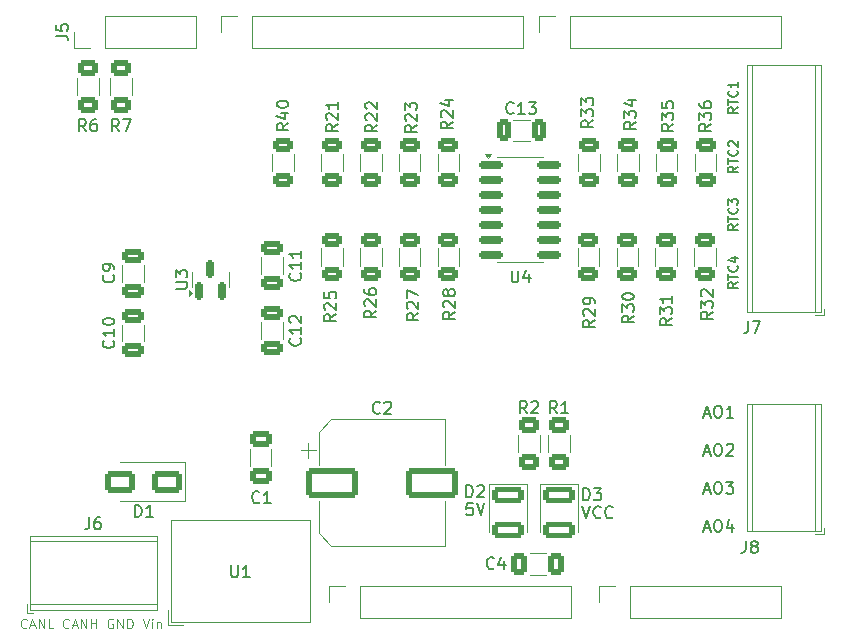
<source format=gto>
G04 #@! TF.GenerationSoftware,KiCad,Pcbnew,8.0.4*
G04 #@! TF.CreationDate,2024-08-25T09:48:10+02:00*
G04 #@! TF.ProjectId,RTC-Messbruecke-from-template,5254432d-4d65-4737-9362-727565636b65,rev?*
G04 #@! TF.SameCoordinates,Original*
G04 #@! TF.FileFunction,Legend,Top*
G04 #@! TF.FilePolarity,Positive*
%FSLAX46Y46*%
G04 Gerber Fmt 4.6, Leading zero omitted, Abs format (unit mm)*
G04 Created by KiCad (PCBNEW 8.0.4) date 2024-08-25 09:48:10*
%MOMM*%
%LPD*%
G01*
G04 APERTURE LIST*
G04 Aperture macros list*
%AMRoundRect*
0 Rectangle with rounded corners*
0 $1 Rounding radius*
0 $2 $3 $4 $5 $6 $7 $8 $9 X,Y pos of 4 corners*
0 Add a 4 corners polygon primitive as box body*
4,1,4,$2,$3,$4,$5,$6,$7,$8,$9,$2,$3,0*
0 Add four circle primitives for the rounded corners*
1,1,$1+$1,$2,$3*
1,1,$1+$1,$4,$5*
1,1,$1+$1,$6,$7*
1,1,$1+$1,$8,$9*
0 Add four rect primitives between the rounded corners*
20,1,$1+$1,$2,$3,$4,$5,0*
20,1,$1+$1,$4,$5,$6,$7,0*
20,1,$1+$1,$6,$7,$8,$9,0*
20,1,$1+$1,$8,$9,$2,$3,0*%
G04 Aperture macros list end*
%ADD10C,0.150000*%
%ADD11C,0.100000*%
%ADD12C,0.120000*%
%ADD13R,1.700000X1.700000*%
%ADD14O,1.700000X1.700000*%
%ADD15RoundRect,0.250000X0.625000X-0.312500X0.625000X0.312500X-0.625000X0.312500X-0.625000X-0.312500X0*%
%ADD16RoundRect,0.250000X-0.325000X-0.650000X0.325000X-0.650000X0.325000X0.650000X-0.325000X0.650000X0*%
%ADD17RoundRect,0.250000X0.625000X-0.400000X0.625000X0.400000X-0.625000X0.400000X-0.625000X-0.400000X0*%
%ADD18RoundRect,0.250001X-1.074999X0.462499X-1.074999X-0.462499X1.074999X-0.462499X1.074999X0.462499X0*%
%ADD19RoundRect,0.250000X-0.625000X0.312500X-0.625000X-0.312500X0.625000X-0.312500X0.625000X0.312500X0*%
%ADD20RoundRect,0.250000X-0.650000X0.325000X-0.650000X-0.325000X0.650000X-0.325000X0.650000X0.325000X0*%
%ADD21R,2.200000X2.200000*%
%ADD22C,2.200000*%
%ADD23RoundRect,0.250000X1.000000X0.650000X-1.000000X0.650000X-1.000000X-0.650000X1.000000X-0.650000X0*%
%ADD24RoundRect,0.150000X0.150000X-0.587500X0.150000X0.587500X-0.150000X0.587500X-0.150000X-0.587500X0*%
%ADD25RoundRect,0.250000X0.650000X-0.325000X0.650000X0.325000X-0.650000X0.325000X-0.650000X-0.325000X0*%
%ADD26RoundRect,0.250000X0.412500X0.650000X-0.412500X0.650000X-0.412500X-0.650000X0.412500X-0.650000X0*%
%ADD27RoundRect,0.250000X0.650000X-0.412500X0.650000X0.412500X-0.650000X0.412500X-0.650000X-0.412500X0*%
%ADD28RoundRect,0.150000X-0.825000X-0.150000X0.825000X-0.150000X0.825000X0.150000X-0.825000X0.150000X0*%
%ADD29R,1.500000X2.300000*%
%ADD30O,1.500000X2.300000*%
%ADD31RoundRect,0.250000X-1.950000X-1.000000X1.950000X-1.000000X1.950000X1.000000X-1.950000X1.000000X0*%
G04 APERTURE END LIST*
D10*
X161194295Y-70403696D02*
X160813342Y-70670363D01*
X161194295Y-70860839D02*
X160394295Y-70860839D01*
X160394295Y-70860839D02*
X160394295Y-70556077D01*
X160394295Y-70556077D02*
X160432390Y-70479887D01*
X160432390Y-70479887D02*
X160470485Y-70441792D01*
X160470485Y-70441792D02*
X160546676Y-70403696D01*
X160546676Y-70403696D02*
X160660961Y-70403696D01*
X160660961Y-70403696D02*
X160737152Y-70441792D01*
X160737152Y-70441792D02*
X160775247Y-70479887D01*
X160775247Y-70479887D02*
X160813342Y-70556077D01*
X160813342Y-70556077D02*
X160813342Y-70860839D01*
X160394295Y-70175125D02*
X160394295Y-69717982D01*
X161194295Y-69946554D02*
X160394295Y-69946554D01*
X161118104Y-68994172D02*
X161156200Y-69032268D01*
X161156200Y-69032268D02*
X161194295Y-69146553D01*
X161194295Y-69146553D02*
X161194295Y-69222744D01*
X161194295Y-69222744D02*
X161156200Y-69337030D01*
X161156200Y-69337030D02*
X161080009Y-69413220D01*
X161080009Y-69413220D02*
X161003819Y-69451315D01*
X161003819Y-69451315D02*
X160851438Y-69489411D01*
X160851438Y-69489411D02*
X160737152Y-69489411D01*
X160737152Y-69489411D02*
X160584771Y-69451315D01*
X160584771Y-69451315D02*
X160508580Y-69413220D01*
X160508580Y-69413220D02*
X160432390Y-69337030D01*
X160432390Y-69337030D02*
X160394295Y-69222744D01*
X160394295Y-69222744D02*
X160394295Y-69146553D01*
X160394295Y-69146553D02*
X160432390Y-69032268D01*
X160432390Y-69032268D02*
X160470485Y-68994172D01*
X160660961Y-68308458D02*
X161194295Y-68308458D01*
X160356200Y-68498934D02*
X160927628Y-68689411D01*
X160927628Y-68689411D02*
X160927628Y-68194172D01*
X161194295Y-65503696D02*
X160813342Y-65770363D01*
X161194295Y-65960839D02*
X160394295Y-65960839D01*
X160394295Y-65960839D02*
X160394295Y-65656077D01*
X160394295Y-65656077D02*
X160432390Y-65579887D01*
X160432390Y-65579887D02*
X160470485Y-65541792D01*
X160470485Y-65541792D02*
X160546676Y-65503696D01*
X160546676Y-65503696D02*
X160660961Y-65503696D01*
X160660961Y-65503696D02*
X160737152Y-65541792D01*
X160737152Y-65541792D02*
X160775247Y-65579887D01*
X160775247Y-65579887D02*
X160813342Y-65656077D01*
X160813342Y-65656077D02*
X160813342Y-65960839D01*
X160394295Y-65275125D02*
X160394295Y-64817982D01*
X161194295Y-65046554D02*
X160394295Y-65046554D01*
X161118104Y-64094172D02*
X161156200Y-64132268D01*
X161156200Y-64132268D02*
X161194295Y-64246553D01*
X161194295Y-64246553D02*
X161194295Y-64322744D01*
X161194295Y-64322744D02*
X161156200Y-64437030D01*
X161156200Y-64437030D02*
X161080009Y-64513220D01*
X161080009Y-64513220D02*
X161003819Y-64551315D01*
X161003819Y-64551315D02*
X160851438Y-64589411D01*
X160851438Y-64589411D02*
X160737152Y-64589411D01*
X160737152Y-64589411D02*
X160584771Y-64551315D01*
X160584771Y-64551315D02*
X160508580Y-64513220D01*
X160508580Y-64513220D02*
X160432390Y-64437030D01*
X160432390Y-64437030D02*
X160394295Y-64322744D01*
X160394295Y-64322744D02*
X160394295Y-64246553D01*
X160394295Y-64246553D02*
X160432390Y-64132268D01*
X160432390Y-64132268D02*
X160470485Y-64094172D01*
X160394295Y-63827506D02*
X160394295Y-63332268D01*
X160394295Y-63332268D02*
X160699057Y-63598934D01*
X160699057Y-63598934D02*
X160699057Y-63484649D01*
X160699057Y-63484649D02*
X160737152Y-63408458D01*
X160737152Y-63408458D02*
X160775247Y-63370363D01*
X160775247Y-63370363D02*
X160851438Y-63332268D01*
X160851438Y-63332268D02*
X161041914Y-63332268D01*
X161041914Y-63332268D02*
X161118104Y-63370363D01*
X161118104Y-63370363D02*
X161156200Y-63408458D01*
X161156200Y-63408458D02*
X161194295Y-63484649D01*
X161194295Y-63484649D02*
X161194295Y-63713220D01*
X161194295Y-63713220D02*
X161156200Y-63789411D01*
X161156200Y-63789411D02*
X161118104Y-63827506D01*
X161194295Y-60603696D02*
X160813342Y-60870363D01*
X161194295Y-61060839D02*
X160394295Y-61060839D01*
X160394295Y-61060839D02*
X160394295Y-60756077D01*
X160394295Y-60756077D02*
X160432390Y-60679887D01*
X160432390Y-60679887D02*
X160470485Y-60641792D01*
X160470485Y-60641792D02*
X160546676Y-60603696D01*
X160546676Y-60603696D02*
X160660961Y-60603696D01*
X160660961Y-60603696D02*
X160737152Y-60641792D01*
X160737152Y-60641792D02*
X160775247Y-60679887D01*
X160775247Y-60679887D02*
X160813342Y-60756077D01*
X160813342Y-60756077D02*
X160813342Y-61060839D01*
X160394295Y-60375125D02*
X160394295Y-59917982D01*
X161194295Y-60146554D02*
X160394295Y-60146554D01*
X161118104Y-59194172D02*
X161156200Y-59232268D01*
X161156200Y-59232268D02*
X161194295Y-59346553D01*
X161194295Y-59346553D02*
X161194295Y-59422744D01*
X161194295Y-59422744D02*
X161156200Y-59537030D01*
X161156200Y-59537030D02*
X161080009Y-59613220D01*
X161080009Y-59613220D02*
X161003819Y-59651315D01*
X161003819Y-59651315D02*
X160851438Y-59689411D01*
X160851438Y-59689411D02*
X160737152Y-59689411D01*
X160737152Y-59689411D02*
X160584771Y-59651315D01*
X160584771Y-59651315D02*
X160508580Y-59613220D01*
X160508580Y-59613220D02*
X160432390Y-59537030D01*
X160432390Y-59537030D02*
X160394295Y-59422744D01*
X160394295Y-59422744D02*
X160394295Y-59346553D01*
X160394295Y-59346553D02*
X160432390Y-59232268D01*
X160432390Y-59232268D02*
X160470485Y-59194172D01*
X160470485Y-58889411D02*
X160432390Y-58851315D01*
X160432390Y-58851315D02*
X160394295Y-58775125D01*
X160394295Y-58775125D02*
X160394295Y-58584649D01*
X160394295Y-58584649D02*
X160432390Y-58508458D01*
X160432390Y-58508458D02*
X160470485Y-58470363D01*
X160470485Y-58470363D02*
X160546676Y-58432268D01*
X160546676Y-58432268D02*
X160622866Y-58432268D01*
X160622866Y-58432268D02*
X160737152Y-58470363D01*
X160737152Y-58470363D02*
X161194295Y-58927506D01*
X161194295Y-58927506D02*
X161194295Y-58432268D01*
X161194295Y-55603696D02*
X160813342Y-55870363D01*
X161194295Y-56060839D02*
X160394295Y-56060839D01*
X160394295Y-56060839D02*
X160394295Y-55756077D01*
X160394295Y-55756077D02*
X160432390Y-55679887D01*
X160432390Y-55679887D02*
X160470485Y-55641792D01*
X160470485Y-55641792D02*
X160546676Y-55603696D01*
X160546676Y-55603696D02*
X160660961Y-55603696D01*
X160660961Y-55603696D02*
X160737152Y-55641792D01*
X160737152Y-55641792D02*
X160775247Y-55679887D01*
X160775247Y-55679887D02*
X160813342Y-55756077D01*
X160813342Y-55756077D02*
X160813342Y-56060839D01*
X160394295Y-55375125D02*
X160394295Y-54917982D01*
X161194295Y-55146554D02*
X160394295Y-55146554D01*
X161118104Y-54194172D02*
X161156200Y-54232268D01*
X161156200Y-54232268D02*
X161194295Y-54346553D01*
X161194295Y-54346553D02*
X161194295Y-54422744D01*
X161194295Y-54422744D02*
X161156200Y-54537030D01*
X161156200Y-54537030D02*
X161080009Y-54613220D01*
X161080009Y-54613220D02*
X161003819Y-54651315D01*
X161003819Y-54651315D02*
X160851438Y-54689411D01*
X160851438Y-54689411D02*
X160737152Y-54689411D01*
X160737152Y-54689411D02*
X160584771Y-54651315D01*
X160584771Y-54651315D02*
X160508580Y-54613220D01*
X160508580Y-54613220D02*
X160432390Y-54537030D01*
X160432390Y-54537030D02*
X160394295Y-54422744D01*
X160394295Y-54422744D02*
X160394295Y-54346553D01*
X160394295Y-54346553D02*
X160432390Y-54232268D01*
X160432390Y-54232268D02*
X160470485Y-54194172D01*
X161194295Y-53432268D02*
X161194295Y-53889411D01*
X161194295Y-53660839D02*
X160394295Y-53660839D01*
X160394295Y-53660839D02*
X160508580Y-53737030D01*
X160508580Y-53737030D02*
X160584771Y-53813220D01*
X160584771Y-53813220D02*
X160622866Y-53889411D01*
X158339160Y-81574440D02*
X158815350Y-81574440D01*
X158243922Y-81860155D02*
X158577255Y-80860155D01*
X158577255Y-80860155D02*
X158910588Y-81860155D01*
X159434398Y-80860155D02*
X159624874Y-80860155D01*
X159624874Y-80860155D02*
X159720112Y-80907774D01*
X159720112Y-80907774D02*
X159815350Y-81003012D01*
X159815350Y-81003012D02*
X159862969Y-81193488D01*
X159862969Y-81193488D02*
X159862969Y-81526821D01*
X159862969Y-81526821D02*
X159815350Y-81717297D01*
X159815350Y-81717297D02*
X159720112Y-81812536D01*
X159720112Y-81812536D02*
X159624874Y-81860155D01*
X159624874Y-81860155D02*
X159434398Y-81860155D01*
X159434398Y-81860155D02*
X159339160Y-81812536D01*
X159339160Y-81812536D02*
X159243922Y-81717297D01*
X159243922Y-81717297D02*
X159196303Y-81526821D01*
X159196303Y-81526821D02*
X159196303Y-81193488D01*
X159196303Y-81193488D02*
X159243922Y-81003012D01*
X159243922Y-81003012D02*
X159339160Y-80907774D01*
X159339160Y-80907774D02*
X159434398Y-80860155D01*
X160815350Y-81860155D02*
X160243922Y-81860155D01*
X160529636Y-81860155D02*
X160529636Y-80860155D01*
X160529636Y-80860155D02*
X160434398Y-81003012D01*
X160434398Y-81003012D02*
X160339160Y-81098250D01*
X160339160Y-81098250D02*
X160243922Y-81145869D01*
X158339160Y-84794328D02*
X158815350Y-84794328D01*
X158243922Y-85080043D02*
X158577255Y-84080043D01*
X158577255Y-84080043D02*
X158910588Y-85080043D01*
X159434398Y-84080043D02*
X159624874Y-84080043D01*
X159624874Y-84080043D02*
X159720112Y-84127662D01*
X159720112Y-84127662D02*
X159815350Y-84222900D01*
X159815350Y-84222900D02*
X159862969Y-84413376D01*
X159862969Y-84413376D02*
X159862969Y-84746709D01*
X159862969Y-84746709D02*
X159815350Y-84937185D01*
X159815350Y-84937185D02*
X159720112Y-85032424D01*
X159720112Y-85032424D02*
X159624874Y-85080043D01*
X159624874Y-85080043D02*
X159434398Y-85080043D01*
X159434398Y-85080043D02*
X159339160Y-85032424D01*
X159339160Y-85032424D02*
X159243922Y-84937185D01*
X159243922Y-84937185D02*
X159196303Y-84746709D01*
X159196303Y-84746709D02*
X159196303Y-84413376D01*
X159196303Y-84413376D02*
X159243922Y-84222900D01*
X159243922Y-84222900D02*
X159339160Y-84127662D01*
X159339160Y-84127662D02*
X159434398Y-84080043D01*
X160243922Y-84175281D02*
X160291541Y-84127662D01*
X160291541Y-84127662D02*
X160386779Y-84080043D01*
X160386779Y-84080043D02*
X160624874Y-84080043D01*
X160624874Y-84080043D02*
X160720112Y-84127662D01*
X160720112Y-84127662D02*
X160767731Y-84175281D01*
X160767731Y-84175281D02*
X160815350Y-84270519D01*
X160815350Y-84270519D02*
X160815350Y-84365757D01*
X160815350Y-84365757D02*
X160767731Y-84508614D01*
X160767731Y-84508614D02*
X160196303Y-85080043D01*
X160196303Y-85080043D02*
X160815350Y-85080043D01*
X158339160Y-88014216D02*
X158815350Y-88014216D01*
X158243922Y-88299931D02*
X158577255Y-87299931D01*
X158577255Y-87299931D02*
X158910588Y-88299931D01*
X159434398Y-87299931D02*
X159624874Y-87299931D01*
X159624874Y-87299931D02*
X159720112Y-87347550D01*
X159720112Y-87347550D02*
X159815350Y-87442788D01*
X159815350Y-87442788D02*
X159862969Y-87633264D01*
X159862969Y-87633264D02*
X159862969Y-87966597D01*
X159862969Y-87966597D02*
X159815350Y-88157073D01*
X159815350Y-88157073D02*
X159720112Y-88252312D01*
X159720112Y-88252312D02*
X159624874Y-88299931D01*
X159624874Y-88299931D02*
X159434398Y-88299931D01*
X159434398Y-88299931D02*
X159339160Y-88252312D01*
X159339160Y-88252312D02*
X159243922Y-88157073D01*
X159243922Y-88157073D02*
X159196303Y-87966597D01*
X159196303Y-87966597D02*
X159196303Y-87633264D01*
X159196303Y-87633264D02*
X159243922Y-87442788D01*
X159243922Y-87442788D02*
X159339160Y-87347550D01*
X159339160Y-87347550D02*
X159434398Y-87299931D01*
X160196303Y-87299931D02*
X160815350Y-87299931D01*
X160815350Y-87299931D02*
X160482017Y-87680883D01*
X160482017Y-87680883D02*
X160624874Y-87680883D01*
X160624874Y-87680883D02*
X160720112Y-87728502D01*
X160720112Y-87728502D02*
X160767731Y-87776121D01*
X160767731Y-87776121D02*
X160815350Y-87871359D01*
X160815350Y-87871359D02*
X160815350Y-88109454D01*
X160815350Y-88109454D02*
X160767731Y-88204692D01*
X160767731Y-88204692D02*
X160720112Y-88252312D01*
X160720112Y-88252312D02*
X160624874Y-88299931D01*
X160624874Y-88299931D02*
X160339160Y-88299931D01*
X160339160Y-88299931D02*
X160243922Y-88252312D01*
X160243922Y-88252312D02*
X160196303Y-88204692D01*
X158339160Y-91234104D02*
X158815350Y-91234104D01*
X158243922Y-91519819D02*
X158577255Y-90519819D01*
X158577255Y-90519819D02*
X158910588Y-91519819D01*
X159434398Y-90519819D02*
X159624874Y-90519819D01*
X159624874Y-90519819D02*
X159720112Y-90567438D01*
X159720112Y-90567438D02*
X159815350Y-90662676D01*
X159815350Y-90662676D02*
X159862969Y-90853152D01*
X159862969Y-90853152D02*
X159862969Y-91186485D01*
X159862969Y-91186485D02*
X159815350Y-91376961D01*
X159815350Y-91376961D02*
X159720112Y-91472200D01*
X159720112Y-91472200D02*
X159624874Y-91519819D01*
X159624874Y-91519819D02*
X159434398Y-91519819D01*
X159434398Y-91519819D02*
X159339160Y-91472200D01*
X159339160Y-91472200D02*
X159243922Y-91376961D01*
X159243922Y-91376961D02*
X159196303Y-91186485D01*
X159196303Y-91186485D02*
X159196303Y-90853152D01*
X159196303Y-90853152D02*
X159243922Y-90662676D01*
X159243922Y-90662676D02*
X159339160Y-90567438D01*
X159339160Y-90567438D02*
X159434398Y-90519819D01*
X160720112Y-90853152D02*
X160720112Y-91519819D01*
X160482017Y-90472200D02*
X160243922Y-91186485D01*
X160243922Y-91186485D02*
X160862969Y-91186485D01*
X148018667Y-89370819D02*
X148352000Y-90370819D01*
X148352000Y-90370819D02*
X148685333Y-89370819D01*
X149590095Y-90275580D02*
X149542476Y-90323200D01*
X149542476Y-90323200D02*
X149399619Y-90370819D01*
X149399619Y-90370819D02*
X149304381Y-90370819D01*
X149304381Y-90370819D02*
X149161524Y-90323200D01*
X149161524Y-90323200D02*
X149066286Y-90227961D01*
X149066286Y-90227961D02*
X149018667Y-90132723D01*
X149018667Y-90132723D02*
X148971048Y-89942247D01*
X148971048Y-89942247D02*
X148971048Y-89799390D01*
X148971048Y-89799390D02*
X149018667Y-89608914D01*
X149018667Y-89608914D02*
X149066286Y-89513676D01*
X149066286Y-89513676D02*
X149161524Y-89418438D01*
X149161524Y-89418438D02*
X149304381Y-89370819D01*
X149304381Y-89370819D02*
X149399619Y-89370819D01*
X149399619Y-89370819D02*
X149542476Y-89418438D01*
X149542476Y-89418438D02*
X149590095Y-89466057D01*
X150590095Y-90275580D02*
X150542476Y-90323200D01*
X150542476Y-90323200D02*
X150399619Y-90370819D01*
X150399619Y-90370819D02*
X150304381Y-90370819D01*
X150304381Y-90370819D02*
X150161524Y-90323200D01*
X150161524Y-90323200D02*
X150066286Y-90227961D01*
X150066286Y-90227961D02*
X150018667Y-90132723D01*
X150018667Y-90132723D02*
X149971048Y-89942247D01*
X149971048Y-89942247D02*
X149971048Y-89799390D01*
X149971048Y-89799390D02*
X150018667Y-89608914D01*
X150018667Y-89608914D02*
X150066286Y-89513676D01*
X150066286Y-89513676D02*
X150161524Y-89418438D01*
X150161524Y-89418438D02*
X150304381Y-89370819D01*
X150304381Y-89370819D02*
X150399619Y-89370819D01*
X150399619Y-89370819D02*
X150542476Y-89418438D01*
X150542476Y-89418438D02*
X150590095Y-89466057D01*
D11*
X100978382Y-99602704D02*
X100940286Y-99640800D01*
X100940286Y-99640800D02*
X100826001Y-99678895D01*
X100826001Y-99678895D02*
X100749810Y-99678895D01*
X100749810Y-99678895D02*
X100635524Y-99640800D01*
X100635524Y-99640800D02*
X100559334Y-99564609D01*
X100559334Y-99564609D02*
X100521239Y-99488419D01*
X100521239Y-99488419D02*
X100483143Y-99336038D01*
X100483143Y-99336038D02*
X100483143Y-99221752D01*
X100483143Y-99221752D02*
X100521239Y-99069371D01*
X100521239Y-99069371D02*
X100559334Y-98993180D01*
X100559334Y-98993180D02*
X100635524Y-98916990D01*
X100635524Y-98916990D02*
X100749810Y-98878895D01*
X100749810Y-98878895D02*
X100826001Y-98878895D01*
X100826001Y-98878895D02*
X100940286Y-98916990D01*
X100940286Y-98916990D02*
X100978382Y-98955085D01*
X101283143Y-99450323D02*
X101664096Y-99450323D01*
X101206953Y-99678895D02*
X101473620Y-98878895D01*
X101473620Y-98878895D02*
X101740286Y-99678895D01*
X102006953Y-99678895D02*
X102006953Y-98878895D01*
X102006953Y-98878895D02*
X102464096Y-99678895D01*
X102464096Y-99678895D02*
X102464096Y-98878895D01*
X103226000Y-99678895D02*
X102845048Y-99678895D01*
X102845048Y-99678895D02*
X102845048Y-98878895D01*
X104559334Y-99602704D02*
X104521238Y-99640800D01*
X104521238Y-99640800D02*
X104406953Y-99678895D01*
X104406953Y-99678895D02*
X104330762Y-99678895D01*
X104330762Y-99678895D02*
X104216476Y-99640800D01*
X104216476Y-99640800D02*
X104140286Y-99564609D01*
X104140286Y-99564609D02*
X104102191Y-99488419D01*
X104102191Y-99488419D02*
X104064095Y-99336038D01*
X104064095Y-99336038D02*
X104064095Y-99221752D01*
X104064095Y-99221752D02*
X104102191Y-99069371D01*
X104102191Y-99069371D02*
X104140286Y-98993180D01*
X104140286Y-98993180D02*
X104216476Y-98916990D01*
X104216476Y-98916990D02*
X104330762Y-98878895D01*
X104330762Y-98878895D02*
X104406953Y-98878895D01*
X104406953Y-98878895D02*
X104521238Y-98916990D01*
X104521238Y-98916990D02*
X104559334Y-98955085D01*
X104864095Y-99450323D02*
X105245048Y-99450323D01*
X104787905Y-99678895D02*
X105054572Y-98878895D01*
X105054572Y-98878895D02*
X105321238Y-99678895D01*
X105587905Y-99678895D02*
X105587905Y-98878895D01*
X105587905Y-98878895D02*
X106045048Y-99678895D01*
X106045048Y-99678895D02*
X106045048Y-98878895D01*
X106426000Y-99678895D02*
X106426000Y-98878895D01*
X106426000Y-99259847D02*
X106883143Y-99259847D01*
X106883143Y-99678895D02*
X106883143Y-98878895D01*
X108292666Y-98916990D02*
X108216476Y-98878895D01*
X108216476Y-98878895D02*
X108102190Y-98878895D01*
X108102190Y-98878895D02*
X107987904Y-98916990D01*
X107987904Y-98916990D02*
X107911714Y-98993180D01*
X107911714Y-98993180D02*
X107873619Y-99069371D01*
X107873619Y-99069371D02*
X107835523Y-99221752D01*
X107835523Y-99221752D02*
X107835523Y-99336038D01*
X107835523Y-99336038D02*
X107873619Y-99488419D01*
X107873619Y-99488419D02*
X107911714Y-99564609D01*
X107911714Y-99564609D02*
X107987904Y-99640800D01*
X107987904Y-99640800D02*
X108102190Y-99678895D01*
X108102190Y-99678895D02*
X108178381Y-99678895D01*
X108178381Y-99678895D02*
X108292666Y-99640800D01*
X108292666Y-99640800D02*
X108330762Y-99602704D01*
X108330762Y-99602704D02*
X108330762Y-99336038D01*
X108330762Y-99336038D02*
X108178381Y-99336038D01*
X108673619Y-99678895D02*
X108673619Y-98878895D01*
X108673619Y-98878895D02*
X109130762Y-99678895D01*
X109130762Y-99678895D02*
X109130762Y-98878895D01*
X109511714Y-99678895D02*
X109511714Y-98878895D01*
X109511714Y-98878895D02*
X109702190Y-98878895D01*
X109702190Y-98878895D02*
X109816476Y-98916990D01*
X109816476Y-98916990D02*
X109892666Y-98993180D01*
X109892666Y-98993180D02*
X109930761Y-99069371D01*
X109930761Y-99069371D02*
X109968857Y-99221752D01*
X109968857Y-99221752D02*
X109968857Y-99336038D01*
X109968857Y-99336038D02*
X109930761Y-99488419D01*
X109930761Y-99488419D02*
X109892666Y-99564609D01*
X109892666Y-99564609D02*
X109816476Y-99640800D01*
X109816476Y-99640800D02*
X109702190Y-99678895D01*
X109702190Y-99678895D02*
X109511714Y-99678895D01*
X110806952Y-98878895D02*
X111073619Y-99678895D01*
X111073619Y-99678895D02*
X111340285Y-98878895D01*
X111606952Y-99678895D02*
X111606952Y-99145561D01*
X111606952Y-98878895D02*
X111568856Y-98916990D01*
X111568856Y-98916990D02*
X111606952Y-98955085D01*
X111606952Y-98955085D02*
X111645047Y-98916990D01*
X111645047Y-98916990D02*
X111606952Y-98878895D01*
X111606952Y-98878895D02*
X111606952Y-98955085D01*
X111987904Y-99145561D02*
X111987904Y-99678895D01*
X111987904Y-99221752D02*
X112025999Y-99183657D01*
X112025999Y-99183657D02*
X112102189Y-99145561D01*
X112102189Y-99145561D02*
X112216475Y-99145561D01*
X112216475Y-99145561D02*
X112292666Y-99183657D01*
X112292666Y-99183657D02*
X112330761Y-99259847D01*
X112330761Y-99259847D02*
X112330761Y-99678895D01*
D10*
X138747523Y-89116819D02*
X138271333Y-89116819D01*
X138271333Y-89116819D02*
X138223714Y-89593009D01*
X138223714Y-89593009D02*
X138271333Y-89545390D01*
X138271333Y-89545390D02*
X138366571Y-89497771D01*
X138366571Y-89497771D02*
X138604666Y-89497771D01*
X138604666Y-89497771D02*
X138699904Y-89545390D01*
X138699904Y-89545390D02*
X138747523Y-89593009D01*
X138747523Y-89593009D02*
X138795142Y-89688247D01*
X138795142Y-89688247D02*
X138795142Y-89926342D01*
X138795142Y-89926342D02*
X138747523Y-90021580D01*
X138747523Y-90021580D02*
X138699904Y-90069200D01*
X138699904Y-90069200D02*
X138604666Y-90116819D01*
X138604666Y-90116819D02*
X138366571Y-90116819D01*
X138366571Y-90116819D02*
X138271333Y-90069200D01*
X138271333Y-90069200D02*
X138223714Y-90021580D01*
X139080857Y-89116819D02*
X139414190Y-90116819D01*
X139414190Y-90116819D02*
X139747523Y-89116819D01*
X134039819Y-57105357D02*
X133563628Y-57438690D01*
X134039819Y-57676785D02*
X133039819Y-57676785D01*
X133039819Y-57676785D02*
X133039819Y-57295833D01*
X133039819Y-57295833D02*
X133087438Y-57200595D01*
X133087438Y-57200595D02*
X133135057Y-57152976D01*
X133135057Y-57152976D02*
X133230295Y-57105357D01*
X133230295Y-57105357D02*
X133373152Y-57105357D01*
X133373152Y-57105357D02*
X133468390Y-57152976D01*
X133468390Y-57152976D02*
X133516009Y-57200595D01*
X133516009Y-57200595D02*
X133563628Y-57295833D01*
X133563628Y-57295833D02*
X133563628Y-57676785D01*
X133135057Y-56724404D02*
X133087438Y-56676785D01*
X133087438Y-56676785D02*
X133039819Y-56581547D01*
X133039819Y-56581547D02*
X133039819Y-56343452D01*
X133039819Y-56343452D02*
X133087438Y-56248214D01*
X133087438Y-56248214D02*
X133135057Y-56200595D01*
X133135057Y-56200595D02*
X133230295Y-56152976D01*
X133230295Y-56152976D02*
X133325533Y-56152976D01*
X133325533Y-56152976D02*
X133468390Y-56200595D01*
X133468390Y-56200595D02*
X134039819Y-56772023D01*
X134039819Y-56772023D02*
X134039819Y-56152976D01*
X133039819Y-55819642D02*
X133039819Y-55200595D01*
X133039819Y-55200595D02*
X133420771Y-55533928D01*
X133420771Y-55533928D02*
X133420771Y-55391071D01*
X133420771Y-55391071D02*
X133468390Y-55295833D01*
X133468390Y-55295833D02*
X133516009Y-55248214D01*
X133516009Y-55248214D02*
X133611247Y-55200595D01*
X133611247Y-55200595D02*
X133849342Y-55200595D01*
X133849342Y-55200595D02*
X133944580Y-55248214D01*
X133944580Y-55248214D02*
X133992200Y-55295833D01*
X133992200Y-55295833D02*
X134039819Y-55391071D01*
X134039819Y-55391071D02*
X134039819Y-55676785D01*
X134039819Y-55676785D02*
X133992200Y-55772023D01*
X133992200Y-55772023D02*
X133944580Y-55819642D01*
X103474819Y-49533333D02*
X104189104Y-49533333D01*
X104189104Y-49533333D02*
X104331961Y-49580952D01*
X104331961Y-49580952D02*
X104427200Y-49676190D01*
X104427200Y-49676190D02*
X104474819Y-49819047D01*
X104474819Y-49819047D02*
X104474819Y-49914285D01*
X103474819Y-48580952D02*
X103474819Y-49057142D01*
X103474819Y-49057142D02*
X103951009Y-49104761D01*
X103951009Y-49104761D02*
X103903390Y-49057142D01*
X103903390Y-49057142D02*
X103855771Y-48961904D01*
X103855771Y-48961904D02*
X103855771Y-48723809D01*
X103855771Y-48723809D02*
X103903390Y-48628571D01*
X103903390Y-48628571D02*
X103951009Y-48580952D01*
X103951009Y-48580952D02*
X104046247Y-48533333D01*
X104046247Y-48533333D02*
X104284342Y-48533333D01*
X104284342Y-48533333D02*
X104379580Y-48580952D01*
X104379580Y-48580952D02*
X104427200Y-48628571D01*
X104427200Y-48628571D02*
X104474819Y-48723809D01*
X104474819Y-48723809D02*
X104474819Y-48961904D01*
X104474819Y-48961904D02*
X104427200Y-49057142D01*
X104427200Y-49057142D02*
X104379580Y-49104761D01*
X142207142Y-56059579D02*
X142159523Y-56107199D01*
X142159523Y-56107199D02*
X142016666Y-56154818D01*
X142016666Y-56154818D02*
X141921428Y-56154818D01*
X141921428Y-56154818D02*
X141778571Y-56107199D01*
X141778571Y-56107199D02*
X141683333Y-56011960D01*
X141683333Y-56011960D02*
X141635714Y-55916722D01*
X141635714Y-55916722D02*
X141588095Y-55726246D01*
X141588095Y-55726246D02*
X141588095Y-55583389D01*
X141588095Y-55583389D02*
X141635714Y-55392913D01*
X141635714Y-55392913D02*
X141683333Y-55297675D01*
X141683333Y-55297675D02*
X141778571Y-55202437D01*
X141778571Y-55202437D02*
X141921428Y-55154818D01*
X141921428Y-55154818D02*
X142016666Y-55154818D01*
X142016666Y-55154818D02*
X142159523Y-55202437D01*
X142159523Y-55202437D02*
X142207142Y-55250056D01*
X143159523Y-56154818D02*
X142588095Y-56154818D01*
X142873809Y-56154818D02*
X142873809Y-55154818D01*
X142873809Y-55154818D02*
X142778571Y-55297675D01*
X142778571Y-55297675D02*
X142683333Y-55392913D01*
X142683333Y-55392913D02*
X142588095Y-55440532D01*
X143492857Y-55154818D02*
X144111904Y-55154818D01*
X144111904Y-55154818D02*
X143778571Y-55535770D01*
X143778571Y-55535770D02*
X143921428Y-55535770D01*
X143921428Y-55535770D02*
X144016666Y-55583389D01*
X144016666Y-55583389D02*
X144064285Y-55631008D01*
X144064285Y-55631008D02*
X144111904Y-55726246D01*
X144111904Y-55726246D02*
X144111904Y-55964341D01*
X144111904Y-55964341D02*
X144064285Y-56059579D01*
X144064285Y-56059579D02*
X144016666Y-56107199D01*
X144016666Y-56107199D02*
X143921428Y-56154818D01*
X143921428Y-56154818D02*
X143635714Y-56154818D01*
X143635714Y-56154818D02*
X143540476Y-56107199D01*
X143540476Y-56107199D02*
X143492857Y-56059579D01*
X149104819Y-73605357D02*
X148628628Y-73938690D01*
X149104819Y-74176785D02*
X148104819Y-74176785D01*
X148104819Y-74176785D02*
X148104819Y-73795833D01*
X148104819Y-73795833D02*
X148152438Y-73700595D01*
X148152438Y-73700595D02*
X148200057Y-73652976D01*
X148200057Y-73652976D02*
X148295295Y-73605357D01*
X148295295Y-73605357D02*
X148438152Y-73605357D01*
X148438152Y-73605357D02*
X148533390Y-73652976D01*
X148533390Y-73652976D02*
X148581009Y-73700595D01*
X148581009Y-73700595D02*
X148628628Y-73795833D01*
X148628628Y-73795833D02*
X148628628Y-74176785D01*
X148200057Y-73224404D02*
X148152438Y-73176785D01*
X148152438Y-73176785D02*
X148104819Y-73081547D01*
X148104819Y-73081547D02*
X148104819Y-72843452D01*
X148104819Y-72843452D02*
X148152438Y-72748214D01*
X148152438Y-72748214D02*
X148200057Y-72700595D01*
X148200057Y-72700595D02*
X148295295Y-72652976D01*
X148295295Y-72652976D02*
X148390533Y-72652976D01*
X148390533Y-72652976D02*
X148533390Y-72700595D01*
X148533390Y-72700595D02*
X149104819Y-73272023D01*
X149104819Y-73272023D02*
X149104819Y-72652976D01*
X149104819Y-72176785D02*
X149104819Y-71986309D01*
X149104819Y-71986309D02*
X149057200Y-71891071D01*
X149057200Y-71891071D02*
X149009580Y-71843452D01*
X149009580Y-71843452D02*
X148866723Y-71748214D01*
X148866723Y-71748214D02*
X148676247Y-71700595D01*
X148676247Y-71700595D02*
X148295295Y-71700595D01*
X148295295Y-71700595D02*
X148200057Y-71748214D01*
X148200057Y-71748214D02*
X148152438Y-71795833D01*
X148152438Y-71795833D02*
X148104819Y-71891071D01*
X148104819Y-71891071D02*
X148104819Y-72081547D01*
X148104819Y-72081547D02*
X148152438Y-72176785D01*
X148152438Y-72176785D02*
X148200057Y-72224404D01*
X148200057Y-72224404D02*
X148295295Y-72272023D01*
X148295295Y-72272023D02*
X148533390Y-72272023D01*
X148533390Y-72272023D02*
X148628628Y-72224404D01*
X148628628Y-72224404D02*
X148676247Y-72176785D01*
X148676247Y-72176785D02*
X148723866Y-72081547D01*
X148723866Y-72081547D02*
X148723866Y-71891071D01*
X148723866Y-71891071D02*
X148676247Y-71795833D01*
X148676247Y-71795833D02*
X148628628Y-71748214D01*
X148628628Y-71748214D02*
X148533390Y-71700595D01*
X145883333Y-81480819D02*
X145550000Y-81004628D01*
X145311905Y-81480819D02*
X145311905Y-80480819D01*
X145311905Y-80480819D02*
X145692857Y-80480819D01*
X145692857Y-80480819D02*
X145788095Y-80528438D01*
X145788095Y-80528438D02*
X145835714Y-80576057D01*
X145835714Y-80576057D02*
X145883333Y-80671295D01*
X145883333Y-80671295D02*
X145883333Y-80814152D01*
X145883333Y-80814152D02*
X145835714Y-80909390D01*
X145835714Y-80909390D02*
X145788095Y-80957009D01*
X145788095Y-80957009D02*
X145692857Y-81004628D01*
X145692857Y-81004628D02*
X145311905Y-81004628D01*
X146835714Y-81480819D02*
X146264286Y-81480819D01*
X146550000Y-81480819D02*
X146550000Y-80480819D01*
X146550000Y-80480819D02*
X146454762Y-80623676D01*
X146454762Y-80623676D02*
X146359524Y-80718914D01*
X146359524Y-80718914D02*
X146264286Y-80766533D01*
X148105905Y-88846819D02*
X148105905Y-87846819D01*
X148105905Y-87846819D02*
X148344000Y-87846819D01*
X148344000Y-87846819D02*
X148486857Y-87894438D01*
X148486857Y-87894438D02*
X148582095Y-87989676D01*
X148582095Y-87989676D02*
X148629714Y-88084914D01*
X148629714Y-88084914D02*
X148677333Y-88275390D01*
X148677333Y-88275390D02*
X148677333Y-88418247D01*
X148677333Y-88418247D02*
X148629714Y-88608723D01*
X148629714Y-88608723D02*
X148582095Y-88703961D01*
X148582095Y-88703961D02*
X148486857Y-88799200D01*
X148486857Y-88799200D02*
X148344000Y-88846819D01*
X148344000Y-88846819D02*
X148105905Y-88846819D01*
X149010667Y-87846819D02*
X149629714Y-87846819D01*
X149629714Y-87846819D02*
X149296381Y-88227771D01*
X149296381Y-88227771D02*
X149439238Y-88227771D01*
X149439238Y-88227771D02*
X149534476Y-88275390D01*
X149534476Y-88275390D02*
X149582095Y-88323009D01*
X149582095Y-88323009D02*
X149629714Y-88418247D01*
X149629714Y-88418247D02*
X149629714Y-88656342D01*
X149629714Y-88656342D02*
X149582095Y-88751580D01*
X149582095Y-88751580D02*
X149534476Y-88799200D01*
X149534476Y-88799200D02*
X149439238Y-88846819D01*
X149439238Y-88846819D02*
X149153524Y-88846819D01*
X149153524Y-88846819D02*
X149058286Y-88799200D01*
X149058286Y-88799200D02*
X149010667Y-88751580D01*
X143343333Y-81480819D02*
X143010000Y-81004628D01*
X142771905Y-81480819D02*
X142771905Y-80480819D01*
X142771905Y-80480819D02*
X143152857Y-80480819D01*
X143152857Y-80480819D02*
X143248095Y-80528438D01*
X143248095Y-80528438D02*
X143295714Y-80576057D01*
X143295714Y-80576057D02*
X143343333Y-80671295D01*
X143343333Y-80671295D02*
X143343333Y-80814152D01*
X143343333Y-80814152D02*
X143295714Y-80909390D01*
X143295714Y-80909390D02*
X143248095Y-80957009D01*
X143248095Y-80957009D02*
X143152857Y-81004628D01*
X143152857Y-81004628D02*
X142771905Y-81004628D01*
X143724286Y-80576057D02*
X143771905Y-80528438D01*
X143771905Y-80528438D02*
X143867143Y-80480819D01*
X143867143Y-80480819D02*
X144105238Y-80480819D01*
X144105238Y-80480819D02*
X144200476Y-80528438D01*
X144200476Y-80528438D02*
X144248095Y-80576057D01*
X144248095Y-80576057D02*
X144295714Y-80671295D01*
X144295714Y-80671295D02*
X144295714Y-80766533D01*
X144295714Y-80766533D02*
X144248095Y-80909390D01*
X144248095Y-80909390D02*
X143676667Y-81480819D01*
X143676667Y-81480819D02*
X144295714Y-81480819D01*
X130674819Y-57055357D02*
X130198628Y-57388690D01*
X130674819Y-57626785D02*
X129674819Y-57626785D01*
X129674819Y-57626785D02*
X129674819Y-57245833D01*
X129674819Y-57245833D02*
X129722438Y-57150595D01*
X129722438Y-57150595D02*
X129770057Y-57102976D01*
X129770057Y-57102976D02*
X129865295Y-57055357D01*
X129865295Y-57055357D02*
X130008152Y-57055357D01*
X130008152Y-57055357D02*
X130103390Y-57102976D01*
X130103390Y-57102976D02*
X130151009Y-57150595D01*
X130151009Y-57150595D02*
X130198628Y-57245833D01*
X130198628Y-57245833D02*
X130198628Y-57626785D01*
X129770057Y-56674404D02*
X129722438Y-56626785D01*
X129722438Y-56626785D02*
X129674819Y-56531547D01*
X129674819Y-56531547D02*
X129674819Y-56293452D01*
X129674819Y-56293452D02*
X129722438Y-56198214D01*
X129722438Y-56198214D02*
X129770057Y-56150595D01*
X129770057Y-56150595D02*
X129865295Y-56102976D01*
X129865295Y-56102976D02*
X129960533Y-56102976D01*
X129960533Y-56102976D02*
X130103390Y-56150595D01*
X130103390Y-56150595D02*
X130674819Y-56722023D01*
X130674819Y-56722023D02*
X130674819Y-56102976D01*
X129770057Y-55722023D02*
X129722438Y-55674404D01*
X129722438Y-55674404D02*
X129674819Y-55579166D01*
X129674819Y-55579166D02*
X129674819Y-55341071D01*
X129674819Y-55341071D02*
X129722438Y-55245833D01*
X129722438Y-55245833D02*
X129770057Y-55198214D01*
X129770057Y-55198214D02*
X129865295Y-55150595D01*
X129865295Y-55150595D02*
X129960533Y-55150595D01*
X129960533Y-55150595D02*
X130103390Y-55198214D01*
X130103390Y-55198214D02*
X130674819Y-55769642D01*
X130674819Y-55769642D02*
X130674819Y-55150595D01*
X124141580Y-75142857D02*
X124189200Y-75190476D01*
X124189200Y-75190476D02*
X124236819Y-75333333D01*
X124236819Y-75333333D02*
X124236819Y-75428571D01*
X124236819Y-75428571D02*
X124189200Y-75571428D01*
X124189200Y-75571428D02*
X124093961Y-75666666D01*
X124093961Y-75666666D02*
X123998723Y-75714285D01*
X123998723Y-75714285D02*
X123808247Y-75761904D01*
X123808247Y-75761904D02*
X123665390Y-75761904D01*
X123665390Y-75761904D02*
X123474914Y-75714285D01*
X123474914Y-75714285D02*
X123379676Y-75666666D01*
X123379676Y-75666666D02*
X123284438Y-75571428D01*
X123284438Y-75571428D02*
X123236819Y-75428571D01*
X123236819Y-75428571D02*
X123236819Y-75333333D01*
X123236819Y-75333333D02*
X123284438Y-75190476D01*
X123284438Y-75190476D02*
X123332057Y-75142857D01*
X124236819Y-74190476D02*
X124236819Y-74761904D01*
X124236819Y-74476190D02*
X123236819Y-74476190D01*
X123236819Y-74476190D02*
X123379676Y-74571428D01*
X123379676Y-74571428D02*
X123474914Y-74666666D01*
X123474914Y-74666666D02*
X123522533Y-74761904D01*
X123332057Y-73809523D02*
X123284438Y-73761904D01*
X123284438Y-73761904D02*
X123236819Y-73666666D01*
X123236819Y-73666666D02*
X123236819Y-73428571D01*
X123236819Y-73428571D02*
X123284438Y-73333333D01*
X123284438Y-73333333D02*
X123332057Y-73285714D01*
X123332057Y-73285714D02*
X123427295Y-73238095D01*
X123427295Y-73238095D02*
X123522533Y-73238095D01*
X123522533Y-73238095D02*
X123665390Y-73285714D01*
X123665390Y-73285714D02*
X124236819Y-73857142D01*
X124236819Y-73857142D02*
X124236819Y-73238095D01*
X162066666Y-73704819D02*
X162066666Y-74419104D01*
X162066666Y-74419104D02*
X162019047Y-74561961D01*
X162019047Y-74561961D02*
X161923809Y-74657200D01*
X161923809Y-74657200D02*
X161780952Y-74704819D01*
X161780952Y-74704819D02*
X161685714Y-74704819D01*
X162447619Y-73704819D02*
X163114285Y-73704819D01*
X163114285Y-73704819D02*
X162685714Y-74704819D01*
X106005333Y-57604819D02*
X105672000Y-57128628D01*
X105433905Y-57604819D02*
X105433905Y-56604819D01*
X105433905Y-56604819D02*
X105814857Y-56604819D01*
X105814857Y-56604819D02*
X105910095Y-56652438D01*
X105910095Y-56652438D02*
X105957714Y-56700057D01*
X105957714Y-56700057D02*
X106005333Y-56795295D01*
X106005333Y-56795295D02*
X106005333Y-56938152D01*
X106005333Y-56938152D02*
X105957714Y-57033390D01*
X105957714Y-57033390D02*
X105910095Y-57081009D01*
X105910095Y-57081009D02*
X105814857Y-57128628D01*
X105814857Y-57128628D02*
X105433905Y-57128628D01*
X106862476Y-56604819D02*
X106672000Y-56604819D01*
X106672000Y-56604819D02*
X106576762Y-56652438D01*
X106576762Y-56652438D02*
X106529143Y-56700057D01*
X106529143Y-56700057D02*
X106433905Y-56842914D01*
X106433905Y-56842914D02*
X106386286Y-57033390D01*
X106386286Y-57033390D02*
X106386286Y-57414342D01*
X106386286Y-57414342D02*
X106433905Y-57509580D01*
X106433905Y-57509580D02*
X106481524Y-57557200D01*
X106481524Y-57557200D02*
X106576762Y-57604819D01*
X106576762Y-57604819D02*
X106767238Y-57604819D01*
X106767238Y-57604819D02*
X106862476Y-57557200D01*
X106862476Y-57557200D02*
X106910095Y-57509580D01*
X106910095Y-57509580D02*
X106957714Y-57414342D01*
X106957714Y-57414342D02*
X106957714Y-57176247D01*
X106957714Y-57176247D02*
X106910095Y-57081009D01*
X106910095Y-57081009D02*
X106862476Y-57033390D01*
X106862476Y-57033390D02*
X106767238Y-56985771D01*
X106767238Y-56985771D02*
X106576762Y-56985771D01*
X106576762Y-56985771D02*
X106481524Y-57033390D01*
X106481524Y-57033390D02*
X106433905Y-57081009D01*
X106433905Y-57081009D02*
X106386286Y-57176247D01*
X106276666Y-90314819D02*
X106276666Y-91029104D01*
X106276666Y-91029104D02*
X106229047Y-91171961D01*
X106229047Y-91171961D02*
X106133809Y-91267200D01*
X106133809Y-91267200D02*
X105990952Y-91314819D01*
X105990952Y-91314819D02*
X105895714Y-91314819D01*
X107181428Y-90314819D02*
X106990952Y-90314819D01*
X106990952Y-90314819D02*
X106895714Y-90362438D01*
X106895714Y-90362438D02*
X106848095Y-90410057D01*
X106848095Y-90410057D02*
X106752857Y-90552914D01*
X106752857Y-90552914D02*
X106705238Y-90743390D01*
X106705238Y-90743390D02*
X106705238Y-91124342D01*
X106705238Y-91124342D02*
X106752857Y-91219580D01*
X106752857Y-91219580D02*
X106800476Y-91267200D01*
X106800476Y-91267200D02*
X106895714Y-91314819D01*
X106895714Y-91314819D02*
X107086190Y-91314819D01*
X107086190Y-91314819D02*
X107181428Y-91267200D01*
X107181428Y-91267200D02*
X107229047Y-91219580D01*
X107229047Y-91219580D02*
X107276666Y-91124342D01*
X107276666Y-91124342D02*
X107276666Y-90886247D01*
X107276666Y-90886247D02*
X107229047Y-90791009D01*
X107229047Y-90791009D02*
X107181428Y-90743390D01*
X107181428Y-90743390D02*
X107086190Y-90695771D01*
X107086190Y-90695771D02*
X106895714Y-90695771D01*
X106895714Y-90695771D02*
X106800476Y-90743390D01*
X106800476Y-90743390D02*
X106752857Y-90791009D01*
X106752857Y-90791009D02*
X106705238Y-90886247D01*
X152574819Y-56817857D02*
X152098628Y-57151190D01*
X152574819Y-57389285D02*
X151574819Y-57389285D01*
X151574819Y-57389285D02*
X151574819Y-57008333D01*
X151574819Y-57008333D02*
X151622438Y-56913095D01*
X151622438Y-56913095D02*
X151670057Y-56865476D01*
X151670057Y-56865476D02*
X151765295Y-56817857D01*
X151765295Y-56817857D02*
X151908152Y-56817857D01*
X151908152Y-56817857D02*
X152003390Y-56865476D01*
X152003390Y-56865476D02*
X152051009Y-56913095D01*
X152051009Y-56913095D02*
X152098628Y-57008333D01*
X152098628Y-57008333D02*
X152098628Y-57389285D01*
X151574819Y-56484523D02*
X151574819Y-55865476D01*
X151574819Y-55865476D02*
X151955771Y-56198809D01*
X151955771Y-56198809D02*
X151955771Y-56055952D01*
X151955771Y-56055952D02*
X152003390Y-55960714D01*
X152003390Y-55960714D02*
X152051009Y-55913095D01*
X152051009Y-55913095D02*
X152146247Y-55865476D01*
X152146247Y-55865476D02*
X152384342Y-55865476D01*
X152384342Y-55865476D02*
X152479580Y-55913095D01*
X152479580Y-55913095D02*
X152527200Y-55960714D01*
X152527200Y-55960714D02*
X152574819Y-56055952D01*
X152574819Y-56055952D02*
X152574819Y-56341666D01*
X152574819Y-56341666D02*
X152527200Y-56436904D01*
X152527200Y-56436904D02*
X152479580Y-56484523D01*
X151908152Y-55008333D02*
X152574819Y-55008333D01*
X151527200Y-55246428D02*
X152241485Y-55484523D01*
X152241485Y-55484523D02*
X152241485Y-54865476D01*
X155604819Y-73455357D02*
X155128628Y-73788690D01*
X155604819Y-74026785D02*
X154604819Y-74026785D01*
X154604819Y-74026785D02*
X154604819Y-73645833D01*
X154604819Y-73645833D02*
X154652438Y-73550595D01*
X154652438Y-73550595D02*
X154700057Y-73502976D01*
X154700057Y-73502976D02*
X154795295Y-73455357D01*
X154795295Y-73455357D02*
X154938152Y-73455357D01*
X154938152Y-73455357D02*
X155033390Y-73502976D01*
X155033390Y-73502976D02*
X155081009Y-73550595D01*
X155081009Y-73550595D02*
X155128628Y-73645833D01*
X155128628Y-73645833D02*
X155128628Y-74026785D01*
X154604819Y-73122023D02*
X154604819Y-72502976D01*
X154604819Y-72502976D02*
X154985771Y-72836309D01*
X154985771Y-72836309D02*
X154985771Y-72693452D01*
X154985771Y-72693452D02*
X155033390Y-72598214D01*
X155033390Y-72598214D02*
X155081009Y-72550595D01*
X155081009Y-72550595D02*
X155176247Y-72502976D01*
X155176247Y-72502976D02*
X155414342Y-72502976D01*
X155414342Y-72502976D02*
X155509580Y-72550595D01*
X155509580Y-72550595D02*
X155557200Y-72598214D01*
X155557200Y-72598214D02*
X155604819Y-72693452D01*
X155604819Y-72693452D02*
X155604819Y-72979166D01*
X155604819Y-72979166D02*
X155557200Y-73074404D01*
X155557200Y-73074404D02*
X155509580Y-73122023D01*
X155604819Y-71550595D02*
X155604819Y-72122023D01*
X155604819Y-71836309D02*
X154604819Y-71836309D01*
X154604819Y-71836309D02*
X154747676Y-71931547D01*
X154747676Y-71931547D02*
X154842914Y-72026785D01*
X154842914Y-72026785D02*
X154890533Y-72122023D01*
X158934819Y-56992857D02*
X158458628Y-57326190D01*
X158934819Y-57564285D02*
X157934819Y-57564285D01*
X157934819Y-57564285D02*
X157934819Y-57183333D01*
X157934819Y-57183333D02*
X157982438Y-57088095D01*
X157982438Y-57088095D02*
X158030057Y-57040476D01*
X158030057Y-57040476D02*
X158125295Y-56992857D01*
X158125295Y-56992857D02*
X158268152Y-56992857D01*
X158268152Y-56992857D02*
X158363390Y-57040476D01*
X158363390Y-57040476D02*
X158411009Y-57088095D01*
X158411009Y-57088095D02*
X158458628Y-57183333D01*
X158458628Y-57183333D02*
X158458628Y-57564285D01*
X157934819Y-56659523D02*
X157934819Y-56040476D01*
X157934819Y-56040476D02*
X158315771Y-56373809D01*
X158315771Y-56373809D02*
X158315771Y-56230952D01*
X158315771Y-56230952D02*
X158363390Y-56135714D01*
X158363390Y-56135714D02*
X158411009Y-56088095D01*
X158411009Y-56088095D02*
X158506247Y-56040476D01*
X158506247Y-56040476D02*
X158744342Y-56040476D01*
X158744342Y-56040476D02*
X158839580Y-56088095D01*
X158839580Y-56088095D02*
X158887200Y-56135714D01*
X158887200Y-56135714D02*
X158934819Y-56230952D01*
X158934819Y-56230952D02*
X158934819Y-56516666D01*
X158934819Y-56516666D02*
X158887200Y-56611904D01*
X158887200Y-56611904D02*
X158839580Y-56659523D01*
X157934819Y-55183333D02*
X157934819Y-55373809D01*
X157934819Y-55373809D02*
X157982438Y-55469047D01*
X157982438Y-55469047D02*
X158030057Y-55516666D01*
X158030057Y-55516666D02*
X158172914Y-55611904D01*
X158172914Y-55611904D02*
X158363390Y-55659523D01*
X158363390Y-55659523D02*
X158744342Y-55659523D01*
X158744342Y-55659523D02*
X158839580Y-55611904D01*
X158839580Y-55611904D02*
X158887200Y-55564285D01*
X158887200Y-55564285D02*
X158934819Y-55469047D01*
X158934819Y-55469047D02*
X158934819Y-55278571D01*
X158934819Y-55278571D02*
X158887200Y-55183333D01*
X158887200Y-55183333D02*
X158839580Y-55135714D01*
X158839580Y-55135714D02*
X158744342Y-55088095D01*
X158744342Y-55088095D02*
X158506247Y-55088095D01*
X158506247Y-55088095D02*
X158411009Y-55135714D01*
X158411009Y-55135714D02*
X158363390Y-55183333D01*
X158363390Y-55183333D02*
X158315771Y-55278571D01*
X158315771Y-55278571D02*
X158315771Y-55469047D01*
X158315771Y-55469047D02*
X158363390Y-55564285D01*
X158363390Y-55564285D02*
X158411009Y-55611904D01*
X158411009Y-55611904D02*
X158506247Y-55659523D01*
X110151905Y-90254819D02*
X110151905Y-89254819D01*
X110151905Y-89254819D02*
X110390000Y-89254819D01*
X110390000Y-89254819D02*
X110532857Y-89302438D01*
X110532857Y-89302438D02*
X110628095Y-89397676D01*
X110628095Y-89397676D02*
X110675714Y-89492914D01*
X110675714Y-89492914D02*
X110723333Y-89683390D01*
X110723333Y-89683390D02*
X110723333Y-89826247D01*
X110723333Y-89826247D02*
X110675714Y-90016723D01*
X110675714Y-90016723D02*
X110628095Y-90111961D01*
X110628095Y-90111961D02*
X110532857Y-90207200D01*
X110532857Y-90207200D02*
X110390000Y-90254819D01*
X110390000Y-90254819D02*
X110151905Y-90254819D01*
X111675714Y-90254819D02*
X111104286Y-90254819D01*
X111390000Y-90254819D02*
X111390000Y-89254819D01*
X111390000Y-89254819D02*
X111294762Y-89397676D01*
X111294762Y-89397676D02*
X111199524Y-89492914D01*
X111199524Y-89492914D02*
X111104286Y-89540533D01*
X113592319Y-70936904D02*
X114401842Y-70936904D01*
X114401842Y-70936904D02*
X114497080Y-70889285D01*
X114497080Y-70889285D02*
X114544700Y-70841666D01*
X114544700Y-70841666D02*
X114592319Y-70746428D01*
X114592319Y-70746428D02*
X114592319Y-70555952D01*
X114592319Y-70555952D02*
X114544700Y-70460714D01*
X114544700Y-70460714D02*
X114497080Y-70413095D01*
X114497080Y-70413095D02*
X114401842Y-70365476D01*
X114401842Y-70365476D02*
X113592319Y-70365476D01*
X113592319Y-69984523D02*
X113592319Y-69365476D01*
X113592319Y-69365476D02*
X113973271Y-69698809D01*
X113973271Y-69698809D02*
X113973271Y-69555952D01*
X113973271Y-69555952D02*
X114020890Y-69460714D01*
X114020890Y-69460714D02*
X114068509Y-69413095D01*
X114068509Y-69413095D02*
X114163747Y-69365476D01*
X114163747Y-69365476D02*
X114401842Y-69365476D01*
X114401842Y-69365476D02*
X114497080Y-69413095D01*
X114497080Y-69413095D02*
X114544700Y-69460714D01*
X114544700Y-69460714D02*
X114592319Y-69555952D01*
X114592319Y-69555952D02*
X114592319Y-69841666D01*
X114592319Y-69841666D02*
X114544700Y-69936904D01*
X114544700Y-69936904D02*
X114497080Y-69984523D01*
X130574819Y-72805357D02*
X130098628Y-73138690D01*
X130574819Y-73376785D02*
X129574819Y-73376785D01*
X129574819Y-73376785D02*
X129574819Y-72995833D01*
X129574819Y-72995833D02*
X129622438Y-72900595D01*
X129622438Y-72900595D02*
X129670057Y-72852976D01*
X129670057Y-72852976D02*
X129765295Y-72805357D01*
X129765295Y-72805357D02*
X129908152Y-72805357D01*
X129908152Y-72805357D02*
X130003390Y-72852976D01*
X130003390Y-72852976D02*
X130051009Y-72900595D01*
X130051009Y-72900595D02*
X130098628Y-72995833D01*
X130098628Y-72995833D02*
X130098628Y-73376785D01*
X129670057Y-72424404D02*
X129622438Y-72376785D01*
X129622438Y-72376785D02*
X129574819Y-72281547D01*
X129574819Y-72281547D02*
X129574819Y-72043452D01*
X129574819Y-72043452D02*
X129622438Y-71948214D01*
X129622438Y-71948214D02*
X129670057Y-71900595D01*
X129670057Y-71900595D02*
X129765295Y-71852976D01*
X129765295Y-71852976D02*
X129860533Y-71852976D01*
X129860533Y-71852976D02*
X130003390Y-71900595D01*
X130003390Y-71900595D02*
X130574819Y-72472023D01*
X130574819Y-72472023D02*
X130574819Y-71852976D01*
X129574819Y-70995833D02*
X129574819Y-71186309D01*
X129574819Y-71186309D02*
X129622438Y-71281547D01*
X129622438Y-71281547D02*
X129670057Y-71329166D01*
X129670057Y-71329166D02*
X129812914Y-71424404D01*
X129812914Y-71424404D02*
X130003390Y-71472023D01*
X130003390Y-71472023D02*
X130384342Y-71472023D01*
X130384342Y-71472023D02*
X130479580Y-71424404D01*
X130479580Y-71424404D02*
X130527200Y-71376785D01*
X130527200Y-71376785D02*
X130574819Y-71281547D01*
X130574819Y-71281547D02*
X130574819Y-71091071D01*
X130574819Y-71091071D02*
X130527200Y-70995833D01*
X130527200Y-70995833D02*
X130479580Y-70948214D01*
X130479580Y-70948214D02*
X130384342Y-70900595D01*
X130384342Y-70900595D02*
X130146247Y-70900595D01*
X130146247Y-70900595D02*
X130051009Y-70948214D01*
X130051009Y-70948214D02*
X130003390Y-70995833D01*
X130003390Y-70995833D02*
X129955771Y-71091071D01*
X129955771Y-71091071D02*
X129955771Y-71281547D01*
X129955771Y-71281547D02*
X130003390Y-71376785D01*
X130003390Y-71376785D02*
X130051009Y-71424404D01*
X130051009Y-71424404D02*
X130146247Y-71472023D01*
X137054819Y-56805357D02*
X136578628Y-57138690D01*
X137054819Y-57376785D02*
X136054819Y-57376785D01*
X136054819Y-57376785D02*
X136054819Y-56995833D01*
X136054819Y-56995833D02*
X136102438Y-56900595D01*
X136102438Y-56900595D02*
X136150057Y-56852976D01*
X136150057Y-56852976D02*
X136245295Y-56805357D01*
X136245295Y-56805357D02*
X136388152Y-56805357D01*
X136388152Y-56805357D02*
X136483390Y-56852976D01*
X136483390Y-56852976D02*
X136531009Y-56900595D01*
X136531009Y-56900595D02*
X136578628Y-56995833D01*
X136578628Y-56995833D02*
X136578628Y-57376785D01*
X136150057Y-56424404D02*
X136102438Y-56376785D01*
X136102438Y-56376785D02*
X136054819Y-56281547D01*
X136054819Y-56281547D02*
X136054819Y-56043452D01*
X136054819Y-56043452D02*
X136102438Y-55948214D01*
X136102438Y-55948214D02*
X136150057Y-55900595D01*
X136150057Y-55900595D02*
X136245295Y-55852976D01*
X136245295Y-55852976D02*
X136340533Y-55852976D01*
X136340533Y-55852976D02*
X136483390Y-55900595D01*
X136483390Y-55900595D02*
X137054819Y-56472023D01*
X137054819Y-56472023D02*
X137054819Y-55852976D01*
X136388152Y-54995833D02*
X137054819Y-54995833D01*
X136007200Y-55233928D02*
X136721485Y-55472023D01*
X136721485Y-55472023D02*
X136721485Y-54852976D01*
X155749819Y-56992857D02*
X155273628Y-57326190D01*
X155749819Y-57564285D02*
X154749819Y-57564285D01*
X154749819Y-57564285D02*
X154749819Y-57183333D01*
X154749819Y-57183333D02*
X154797438Y-57088095D01*
X154797438Y-57088095D02*
X154845057Y-57040476D01*
X154845057Y-57040476D02*
X154940295Y-56992857D01*
X154940295Y-56992857D02*
X155083152Y-56992857D01*
X155083152Y-56992857D02*
X155178390Y-57040476D01*
X155178390Y-57040476D02*
X155226009Y-57088095D01*
X155226009Y-57088095D02*
X155273628Y-57183333D01*
X155273628Y-57183333D02*
X155273628Y-57564285D01*
X154749819Y-56659523D02*
X154749819Y-56040476D01*
X154749819Y-56040476D02*
X155130771Y-56373809D01*
X155130771Y-56373809D02*
X155130771Y-56230952D01*
X155130771Y-56230952D02*
X155178390Y-56135714D01*
X155178390Y-56135714D02*
X155226009Y-56088095D01*
X155226009Y-56088095D02*
X155321247Y-56040476D01*
X155321247Y-56040476D02*
X155559342Y-56040476D01*
X155559342Y-56040476D02*
X155654580Y-56088095D01*
X155654580Y-56088095D02*
X155702200Y-56135714D01*
X155702200Y-56135714D02*
X155749819Y-56230952D01*
X155749819Y-56230952D02*
X155749819Y-56516666D01*
X155749819Y-56516666D02*
X155702200Y-56611904D01*
X155702200Y-56611904D02*
X155654580Y-56659523D01*
X154749819Y-55135714D02*
X154749819Y-55611904D01*
X154749819Y-55611904D02*
X155226009Y-55659523D01*
X155226009Y-55659523D02*
X155178390Y-55611904D01*
X155178390Y-55611904D02*
X155130771Y-55516666D01*
X155130771Y-55516666D02*
X155130771Y-55278571D01*
X155130771Y-55278571D02*
X155178390Y-55183333D01*
X155178390Y-55183333D02*
X155226009Y-55135714D01*
X155226009Y-55135714D02*
X155321247Y-55088095D01*
X155321247Y-55088095D02*
X155559342Y-55088095D01*
X155559342Y-55088095D02*
X155654580Y-55135714D01*
X155654580Y-55135714D02*
X155702200Y-55183333D01*
X155702200Y-55183333D02*
X155749819Y-55278571D01*
X155749819Y-55278571D02*
X155749819Y-55516666D01*
X155749819Y-55516666D02*
X155702200Y-55611904D01*
X155702200Y-55611904D02*
X155654580Y-55659523D01*
X137254819Y-72905357D02*
X136778628Y-73238690D01*
X137254819Y-73476785D02*
X136254819Y-73476785D01*
X136254819Y-73476785D02*
X136254819Y-73095833D01*
X136254819Y-73095833D02*
X136302438Y-73000595D01*
X136302438Y-73000595D02*
X136350057Y-72952976D01*
X136350057Y-72952976D02*
X136445295Y-72905357D01*
X136445295Y-72905357D02*
X136588152Y-72905357D01*
X136588152Y-72905357D02*
X136683390Y-72952976D01*
X136683390Y-72952976D02*
X136731009Y-73000595D01*
X136731009Y-73000595D02*
X136778628Y-73095833D01*
X136778628Y-73095833D02*
X136778628Y-73476785D01*
X136350057Y-72524404D02*
X136302438Y-72476785D01*
X136302438Y-72476785D02*
X136254819Y-72381547D01*
X136254819Y-72381547D02*
X136254819Y-72143452D01*
X136254819Y-72143452D02*
X136302438Y-72048214D01*
X136302438Y-72048214D02*
X136350057Y-72000595D01*
X136350057Y-72000595D02*
X136445295Y-71952976D01*
X136445295Y-71952976D02*
X136540533Y-71952976D01*
X136540533Y-71952976D02*
X136683390Y-72000595D01*
X136683390Y-72000595D02*
X137254819Y-72572023D01*
X137254819Y-72572023D02*
X137254819Y-71952976D01*
X136683390Y-71381547D02*
X136635771Y-71476785D01*
X136635771Y-71476785D02*
X136588152Y-71524404D01*
X136588152Y-71524404D02*
X136492914Y-71572023D01*
X136492914Y-71572023D02*
X136445295Y-71572023D01*
X136445295Y-71572023D02*
X136350057Y-71524404D01*
X136350057Y-71524404D02*
X136302438Y-71476785D01*
X136302438Y-71476785D02*
X136254819Y-71381547D01*
X136254819Y-71381547D02*
X136254819Y-71191071D01*
X136254819Y-71191071D02*
X136302438Y-71095833D01*
X136302438Y-71095833D02*
X136350057Y-71048214D01*
X136350057Y-71048214D02*
X136445295Y-71000595D01*
X136445295Y-71000595D02*
X136492914Y-71000595D01*
X136492914Y-71000595D02*
X136588152Y-71048214D01*
X136588152Y-71048214D02*
X136635771Y-71095833D01*
X136635771Y-71095833D02*
X136683390Y-71191071D01*
X136683390Y-71191071D02*
X136683390Y-71381547D01*
X136683390Y-71381547D02*
X136731009Y-71476785D01*
X136731009Y-71476785D02*
X136778628Y-71524404D01*
X136778628Y-71524404D02*
X136873866Y-71572023D01*
X136873866Y-71572023D02*
X137064342Y-71572023D01*
X137064342Y-71572023D02*
X137159580Y-71524404D01*
X137159580Y-71524404D02*
X137207200Y-71476785D01*
X137207200Y-71476785D02*
X137254819Y-71381547D01*
X137254819Y-71381547D02*
X137254819Y-71191071D01*
X137254819Y-71191071D02*
X137207200Y-71095833D01*
X137207200Y-71095833D02*
X137159580Y-71048214D01*
X137159580Y-71048214D02*
X137064342Y-71000595D01*
X137064342Y-71000595D02*
X136873866Y-71000595D01*
X136873866Y-71000595D02*
X136778628Y-71048214D01*
X136778628Y-71048214D02*
X136731009Y-71095833D01*
X136731009Y-71095833D02*
X136683390Y-71191071D01*
X108327580Y-75342857D02*
X108375200Y-75390476D01*
X108375200Y-75390476D02*
X108422819Y-75533333D01*
X108422819Y-75533333D02*
X108422819Y-75628571D01*
X108422819Y-75628571D02*
X108375200Y-75771428D01*
X108375200Y-75771428D02*
X108279961Y-75866666D01*
X108279961Y-75866666D02*
X108184723Y-75914285D01*
X108184723Y-75914285D02*
X107994247Y-75961904D01*
X107994247Y-75961904D02*
X107851390Y-75961904D01*
X107851390Y-75961904D02*
X107660914Y-75914285D01*
X107660914Y-75914285D02*
X107565676Y-75866666D01*
X107565676Y-75866666D02*
X107470438Y-75771428D01*
X107470438Y-75771428D02*
X107422819Y-75628571D01*
X107422819Y-75628571D02*
X107422819Y-75533333D01*
X107422819Y-75533333D02*
X107470438Y-75390476D01*
X107470438Y-75390476D02*
X107518057Y-75342857D01*
X108422819Y-74390476D02*
X108422819Y-74961904D01*
X108422819Y-74676190D02*
X107422819Y-74676190D01*
X107422819Y-74676190D02*
X107565676Y-74771428D01*
X107565676Y-74771428D02*
X107660914Y-74866666D01*
X107660914Y-74866666D02*
X107708533Y-74961904D01*
X107422819Y-73771428D02*
X107422819Y-73676190D01*
X107422819Y-73676190D02*
X107470438Y-73580952D01*
X107470438Y-73580952D02*
X107518057Y-73533333D01*
X107518057Y-73533333D02*
X107613295Y-73485714D01*
X107613295Y-73485714D02*
X107803771Y-73438095D01*
X107803771Y-73438095D02*
X108041866Y-73438095D01*
X108041866Y-73438095D02*
X108232342Y-73485714D01*
X108232342Y-73485714D02*
X108327580Y-73533333D01*
X108327580Y-73533333D02*
X108375200Y-73580952D01*
X108375200Y-73580952D02*
X108422819Y-73676190D01*
X108422819Y-73676190D02*
X108422819Y-73771428D01*
X108422819Y-73771428D02*
X108375200Y-73866666D01*
X108375200Y-73866666D02*
X108327580Y-73914285D01*
X108327580Y-73914285D02*
X108232342Y-73961904D01*
X108232342Y-73961904D02*
X108041866Y-74009523D01*
X108041866Y-74009523D02*
X107803771Y-74009523D01*
X107803771Y-74009523D02*
X107613295Y-73961904D01*
X107613295Y-73961904D02*
X107518057Y-73914285D01*
X107518057Y-73914285D02*
X107470438Y-73866666D01*
X107470438Y-73866666D02*
X107422819Y-73771428D01*
X138199905Y-88592819D02*
X138199905Y-87592819D01*
X138199905Y-87592819D02*
X138438000Y-87592819D01*
X138438000Y-87592819D02*
X138580857Y-87640438D01*
X138580857Y-87640438D02*
X138676095Y-87735676D01*
X138676095Y-87735676D02*
X138723714Y-87830914D01*
X138723714Y-87830914D02*
X138771333Y-88021390D01*
X138771333Y-88021390D02*
X138771333Y-88164247D01*
X138771333Y-88164247D02*
X138723714Y-88354723D01*
X138723714Y-88354723D02*
X138676095Y-88449961D01*
X138676095Y-88449961D02*
X138580857Y-88545200D01*
X138580857Y-88545200D02*
X138438000Y-88592819D01*
X138438000Y-88592819D02*
X138199905Y-88592819D01*
X139152286Y-87688057D02*
X139199905Y-87640438D01*
X139199905Y-87640438D02*
X139295143Y-87592819D01*
X139295143Y-87592819D02*
X139533238Y-87592819D01*
X139533238Y-87592819D02*
X139628476Y-87640438D01*
X139628476Y-87640438D02*
X139676095Y-87688057D01*
X139676095Y-87688057D02*
X139723714Y-87783295D01*
X139723714Y-87783295D02*
X139723714Y-87878533D01*
X139723714Y-87878533D02*
X139676095Y-88021390D01*
X139676095Y-88021390D02*
X139104667Y-88592819D01*
X139104667Y-88592819D02*
X139723714Y-88592819D01*
X124141580Y-69642857D02*
X124189200Y-69690476D01*
X124189200Y-69690476D02*
X124236819Y-69833333D01*
X124236819Y-69833333D02*
X124236819Y-69928571D01*
X124236819Y-69928571D02*
X124189200Y-70071428D01*
X124189200Y-70071428D02*
X124093961Y-70166666D01*
X124093961Y-70166666D02*
X123998723Y-70214285D01*
X123998723Y-70214285D02*
X123808247Y-70261904D01*
X123808247Y-70261904D02*
X123665390Y-70261904D01*
X123665390Y-70261904D02*
X123474914Y-70214285D01*
X123474914Y-70214285D02*
X123379676Y-70166666D01*
X123379676Y-70166666D02*
X123284438Y-70071428D01*
X123284438Y-70071428D02*
X123236819Y-69928571D01*
X123236819Y-69928571D02*
X123236819Y-69833333D01*
X123236819Y-69833333D02*
X123284438Y-69690476D01*
X123284438Y-69690476D02*
X123332057Y-69642857D01*
X124236819Y-68690476D02*
X124236819Y-69261904D01*
X124236819Y-68976190D02*
X123236819Y-68976190D01*
X123236819Y-68976190D02*
X123379676Y-69071428D01*
X123379676Y-69071428D02*
X123474914Y-69166666D01*
X123474914Y-69166666D02*
X123522533Y-69261904D01*
X124236819Y-67738095D02*
X124236819Y-68309523D01*
X124236819Y-68023809D02*
X123236819Y-68023809D01*
X123236819Y-68023809D02*
X123379676Y-68119047D01*
X123379676Y-68119047D02*
X123474914Y-68214285D01*
X123474914Y-68214285D02*
X123522533Y-68309523D01*
X159074819Y-72905357D02*
X158598628Y-73238690D01*
X159074819Y-73476785D02*
X158074819Y-73476785D01*
X158074819Y-73476785D02*
X158074819Y-73095833D01*
X158074819Y-73095833D02*
X158122438Y-73000595D01*
X158122438Y-73000595D02*
X158170057Y-72952976D01*
X158170057Y-72952976D02*
X158265295Y-72905357D01*
X158265295Y-72905357D02*
X158408152Y-72905357D01*
X158408152Y-72905357D02*
X158503390Y-72952976D01*
X158503390Y-72952976D02*
X158551009Y-73000595D01*
X158551009Y-73000595D02*
X158598628Y-73095833D01*
X158598628Y-73095833D02*
X158598628Y-73476785D01*
X158074819Y-72572023D02*
X158074819Y-71952976D01*
X158074819Y-71952976D02*
X158455771Y-72286309D01*
X158455771Y-72286309D02*
X158455771Y-72143452D01*
X158455771Y-72143452D02*
X158503390Y-72048214D01*
X158503390Y-72048214D02*
X158551009Y-72000595D01*
X158551009Y-72000595D02*
X158646247Y-71952976D01*
X158646247Y-71952976D02*
X158884342Y-71952976D01*
X158884342Y-71952976D02*
X158979580Y-72000595D01*
X158979580Y-72000595D02*
X159027200Y-72048214D01*
X159027200Y-72048214D02*
X159074819Y-72143452D01*
X159074819Y-72143452D02*
X159074819Y-72429166D01*
X159074819Y-72429166D02*
X159027200Y-72524404D01*
X159027200Y-72524404D02*
X158979580Y-72572023D01*
X158170057Y-71572023D02*
X158122438Y-71524404D01*
X158122438Y-71524404D02*
X158074819Y-71429166D01*
X158074819Y-71429166D02*
X158074819Y-71191071D01*
X158074819Y-71191071D02*
X158122438Y-71095833D01*
X158122438Y-71095833D02*
X158170057Y-71048214D01*
X158170057Y-71048214D02*
X158265295Y-71000595D01*
X158265295Y-71000595D02*
X158360533Y-71000595D01*
X158360533Y-71000595D02*
X158503390Y-71048214D01*
X158503390Y-71048214D02*
X159074819Y-71619642D01*
X159074819Y-71619642D02*
X159074819Y-71000595D01*
X152404819Y-73230357D02*
X151928628Y-73563690D01*
X152404819Y-73801785D02*
X151404819Y-73801785D01*
X151404819Y-73801785D02*
X151404819Y-73420833D01*
X151404819Y-73420833D02*
X151452438Y-73325595D01*
X151452438Y-73325595D02*
X151500057Y-73277976D01*
X151500057Y-73277976D02*
X151595295Y-73230357D01*
X151595295Y-73230357D02*
X151738152Y-73230357D01*
X151738152Y-73230357D02*
X151833390Y-73277976D01*
X151833390Y-73277976D02*
X151881009Y-73325595D01*
X151881009Y-73325595D02*
X151928628Y-73420833D01*
X151928628Y-73420833D02*
X151928628Y-73801785D01*
X151404819Y-72897023D02*
X151404819Y-72277976D01*
X151404819Y-72277976D02*
X151785771Y-72611309D01*
X151785771Y-72611309D02*
X151785771Y-72468452D01*
X151785771Y-72468452D02*
X151833390Y-72373214D01*
X151833390Y-72373214D02*
X151881009Y-72325595D01*
X151881009Y-72325595D02*
X151976247Y-72277976D01*
X151976247Y-72277976D02*
X152214342Y-72277976D01*
X152214342Y-72277976D02*
X152309580Y-72325595D01*
X152309580Y-72325595D02*
X152357200Y-72373214D01*
X152357200Y-72373214D02*
X152404819Y-72468452D01*
X152404819Y-72468452D02*
X152404819Y-72754166D01*
X152404819Y-72754166D02*
X152357200Y-72849404D01*
X152357200Y-72849404D02*
X152309580Y-72897023D01*
X151404819Y-71658928D02*
X151404819Y-71563690D01*
X151404819Y-71563690D02*
X151452438Y-71468452D01*
X151452438Y-71468452D02*
X151500057Y-71420833D01*
X151500057Y-71420833D02*
X151595295Y-71373214D01*
X151595295Y-71373214D02*
X151785771Y-71325595D01*
X151785771Y-71325595D02*
X152023866Y-71325595D01*
X152023866Y-71325595D02*
X152214342Y-71373214D01*
X152214342Y-71373214D02*
X152309580Y-71420833D01*
X152309580Y-71420833D02*
X152357200Y-71468452D01*
X152357200Y-71468452D02*
X152404819Y-71563690D01*
X152404819Y-71563690D02*
X152404819Y-71658928D01*
X152404819Y-71658928D02*
X152357200Y-71754166D01*
X152357200Y-71754166D02*
X152309580Y-71801785D01*
X152309580Y-71801785D02*
X152214342Y-71849404D01*
X152214342Y-71849404D02*
X152023866Y-71897023D01*
X152023866Y-71897023D02*
X151785771Y-71897023D01*
X151785771Y-71897023D02*
X151595295Y-71849404D01*
X151595295Y-71849404D02*
X151500057Y-71801785D01*
X151500057Y-71801785D02*
X151452438Y-71754166D01*
X151452438Y-71754166D02*
X151404819Y-71658928D01*
X140549333Y-94593580D02*
X140501714Y-94641200D01*
X140501714Y-94641200D02*
X140358857Y-94688819D01*
X140358857Y-94688819D02*
X140263619Y-94688819D01*
X140263619Y-94688819D02*
X140120762Y-94641200D01*
X140120762Y-94641200D02*
X140025524Y-94545961D01*
X140025524Y-94545961D02*
X139977905Y-94450723D01*
X139977905Y-94450723D02*
X139930286Y-94260247D01*
X139930286Y-94260247D02*
X139930286Y-94117390D01*
X139930286Y-94117390D02*
X139977905Y-93926914D01*
X139977905Y-93926914D02*
X140025524Y-93831676D01*
X140025524Y-93831676D02*
X140120762Y-93736438D01*
X140120762Y-93736438D02*
X140263619Y-93688819D01*
X140263619Y-93688819D02*
X140358857Y-93688819D01*
X140358857Y-93688819D02*
X140501714Y-93736438D01*
X140501714Y-93736438D02*
X140549333Y-93784057D01*
X141406476Y-94022152D02*
X141406476Y-94688819D01*
X141168381Y-93641200D02*
X140930286Y-94355485D01*
X140930286Y-94355485D02*
X141549333Y-94355485D01*
X120683333Y-89009580D02*
X120635714Y-89057200D01*
X120635714Y-89057200D02*
X120492857Y-89104819D01*
X120492857Y-89104819D02*
X120397619Y-89104819D01*
X120397619Y-89104819D02*
X120254762Y-89057200D01*
X120254762Y-89057200D02*
X120159524Y-88961961D01*
X120159524Y-88961961D02*
X120111905Y-88866723D01*
X120111905Y-88866723D02*
X120064286Y-88676247D01*
X120064286Y-88676247D02*
X120064286Y-88533390D01*
X120064286Y-88533390D02*
X120111905Y-88342914D01*
X120111905Y-88342914D02*
X120159524Y-88247676D01*
X120159524Y-88247676D02*
X120254762Y-88152438D01*
X120254762Y-88152438D02*
X120397619Y-88104819D01*
X120397619Y-88104819D02*
X120492857Y-88104819D01*
X120492857Y-88104819D02*
X120635714Y-88152438D01*
X120635714Y-88152438D02*
X120683333Y-88200057D01*
X121635714Y-89104819D02*
X121064286Y-89104819D01*
X121350000Y-89104819D02*
X121350000Y-88104819D01*
X121350000Y-88104819D02*
X121254762Y-88247676D01*
X121254762Y-88247676D02*
X121159524Y-88342914D01*
X121159524Y-88342914D02*
X121064286Y-88390533D01*
X161866666Y-92304819D02*
X161866666Y-93019104D01*
X161866666Y-93019104D02*
X161819047Y-93161961D01*
X161819047Y-93161961D02*
X161723809Y-93257200D01*
X161723809Y-93257200D02*
X161580952Y-93304819D01*
X161580952Y-93304819D02*
X161485714Y-93304819D01*
X162485714Y-92733390D02*
X162390476Y-92685771D01*
X162390476Y-92685771D02*
X162342857Y-92638152D01*
X162342857Y-92638152D02*
X162295238Y-92542914D01*
X162295238Y-92542914D02*
X162295238Y-92495295D01*
X162295238Y-92495295D02*
X162342857Y-92400057D01*
X162342857Y-92400057D02*
X162390476Y-92352438D01*
X162390476Y-92352438D02*
X162485714Y-92304819D01*
X162485714Y-92304819D02*
X162676190Y-92304819D01*
X162676190Y-92304819D02*
X162771428Y-92352438D01*
X162771428Y-92352438D02*
X162819047Y-92400057D01*
X162819047Y-92400057D02*
X162866666Y-92495295D01*
X162866666Y-92495295D02*
X162866666Y-92542914D01*
X162866666Y-92542914D02*
X162819047Y-92638152D01*
X162819047Y-92638152D02*
X162771428Y-92685771D01*
X162771428Y-92685771D02*
X162676190Y-92733390D01*
X162676190Y-92733390D02*
X162485714Y-92733390D01*
X162485714Y-92733390D02*
X162390476Y-92781009D01*
X162390476Y-92781009D02*
X162342857Y-92828628D01*
X162342857Y-92828628D02*
X162295238Y-92923866D01*
X162295238Y-92923866D02*
X162295238Y-93114342D01*
X162295238Y-93114342D02*
X162342857Y-93209580D01*
X162342857Y-93209580D02*
X162390476Y-93257200D01*
X162390476Y-93257200D02*
X162485714Y-93304819D01*
X162485714Y-93304819D02*
X162676190Y-93304819D01*
X162676190Y-93304819D02*
X162771428Y-93257200D01*
X162771428Y-93257200D02*
X162819047Y-93209580D01*
X162819047Y-93209580D02*
X162866666Y-93114342D01*
X162866666Y-93114342D02*
X162866666Y-92923866D01*
X162866666Y-92923866D02*
X162819047Y-92828628D01*
X162819047Y-92828628D02*
X162771428Y-92781009D01*
X162771428Y-92781009D02*
X162676190Y-92733390D01*
X148954819Y-56692857D02*
X148478628Y-57026190D01*
X148954819Y-57264285D02*
X147954819Y-57264285D01*
X147954819Y-57264285D02*
X147954819Y-56883333D01*
X147954819Y-56883333D02*
X148002438Y-56788095D01*
X148002438Y-56788095D02*
X148050057Y-56740476D01*
X148050057Y-56740476D02*
X148145295Y-56692857D01*
X148145295Y-56692857D02*
X148288152Y-56692857D01*
X148288152Y-56692857D02*
X148383390Y-56740476D01*
X148383390Y-56740476D02*
X148431009Y-56788095D01*
X148431009Y-56788095D02*
X148478628Y-56883333D01*
X148478628Y-56883333D02*
X148478628Y-57264285D01*
X147954819Y-56359523D02*
X147954819Y-55740476D01*
X147954819Y-55740476D02*
X148335771Y-56073809D01*
X148335771Y-56073809D02*
X148335771Y-55930952D01*
X148335771Y-55930952D02*
X148383390Y-55835714D01*
X148383390Y-55835714D02*
X148431009Y-55788095D01*
X148431009Y-55788095D02*
X148526247Y-55740476D01*
X148526247Y-55740476D02*
X148764342Y-55740476D01*
X148764342Y-55740476D02*
X148859580Y-55788095D01*
X148859580Y-55788095D02*
X148907200Y-55835714D01*
X148907200Y-55835714D02*
X148954819Y-55930952D01*
X148954819Y-55930952D02*
X148954819Y-56216666D01*
X148954819Y-56216666D02*
X148907200Y-56311904D01*
X148907200Y-56311904D02*
X148859580Y-56359523D01*
X147954819Y-55407142D02*
X147954819Y-54788095D01*
X147954819Y-54788095D02*
X148335771Y-55121428D01*
X148335771Y-55121428D02*
X148335771Y-54978571D01*
X148335771Y-54978571D02*
X148383390Y-54883333D01*
X148383390Y-54883333D02*
X148431009Y-54835714D01*
X148431009Y-54835714D02*
X148526247Y-54788095D01*
X148526247Y-54788095D02*
X148764342Y-54788095D01*
X148764342Y-54788095D02*
X148859580Y-54835714D01*
X148859580Y-54835714D02*
X148907200Y-54883333D01*
X148907200Y-54883333D02*
X148954819Y-54978571D01*
X148954819Y-54978571D02*
X148954819Y-55264285D01*
X148954819Y-55264285D02*
X148907200Y-55359523D01*
X148907200Y-55359523D02*
X148859580Y-55407142D01*
X134154819Y-73005357D02*
X133678628Y-73338690D01*
X134154819Y-73576785D02*
X133154819Y-73576785D01*
X133154819Y-73576785D02*
X133154819Y-73195833D01*
X133154819Y-73195833D02*
X133202438Y-73100595D01*
X133202438Y-73100595D02*
X133250057Y-73052976D01*
X133250057Y-73052976D02*
X133345295Y-73005357D01*
X133345295Y-73005357D02*
X133488152Y-73005357D01*
X133488152Y-73005357D02*
X133583390Y-73052976D01*
X133583390Y-73052976D02*
X133631009Y-73100595D01*
X133631009Y-73100595D02*
X133678628Y-73195833D01*
X133678628Y-73195833D02*
X133678628Y-73576785D01*
X133250057Y-72624404D02*
X133202438Y-72576785D01*
X133202438Y-72576785D02*
X133154819Y-72481547D01*
X133154819Y-72481547D02*
X133154819Y-72243452D01*
X133154819Y-72243452D02*
X133202438Y-72148214D01*
X133202438Y-72148214D02*
X133250057Y-72100595D01*
X133250057Y-72100595D02*
X133345295Y-72052976D01*
X133345295Y-72052976D02*
X133440533Y-72052976D01*
X133440533Y-72052976D02*
X133583390Y-72100595D01*
X133583390Y-72100595D02*
X134154819Y-72672023D01*
X134154819Y-72672023D02*
X134154819Y-72052976D01*
X133154819Y-71719642D02*
X133154819Y-71052976D01*
X133154819Y-71052976D02*
X134154819Y-71481547D01*
X142038095Y-69404819D02*
X142038095Y-70214342D01*
X142038095Y-70214342D02*
X142085714Y-70309580D01*
X142085714Y-70309580D02*
X142133333Y-70357200D01*
X142133333Y-70357200D02*
X142228571Y-70404819D01*
X142228571Y-70404819D02*
X142419047Y-70404819D01*
X142419047Y-70404819D02*
X142514285Y-70357200D01*
X142514285Y-70357200D02*
X142561904Y-70309580D01*
X142561904Y-70309580D02*
X142609523Y-70214342D01*
X142609523Y-70214342D02*
X142609523Y-69404819D01*
X143514285Y-69738152D02*
X143514285Y-70404819D01*
X143276190Y-69357200D02*
X143038095Y-70071485D01*
X143038095Y-70071485D02*
X143657142Y-70071485D01*
X118288095Y-94374819D02*
X118288095Y-95184342D01*
X118288095Y-95184342D02*
X118335714Y-95279580D01*
X118335714Y-95279580D02*
X118383333Y-95327200D01*
X118383333Y-95327200D02*
X118478571Y-95374819D01*
X118478571Y-95374819D02*
X118669047Y-95374819D01*
X118669047Y-95374819D02*
X118764285Y-95327200D01*
X118764285Y-95327200D02*
X118811904Y-95279580D01*
X118811904Y-95279580D02*
X118859523Y-95184342D01*
X118859523Y-95184342D02*
X118859523Y-94374819D01*
X119859523Y-95374819D02*
X119288095Y-95374819D01*
X119573809Y-95374819D02*
X119573809Y-94374819D01*
X119573809Y-94374819D02*
X119478571Y-94517676D01*
X119478571Y-94517676D02*
X119383333Y-94612914D01*
X119383333Y-94612914D02*
X119288095Y-94660533D01*
X108799333Y-57604819D02*
X108466000Y-57128628D01*
X108227905Y-57604819D02*
X108227905Y-56604819D01*
X108227905Y-56604819D02*
X108608857Y-56604819D01*
X108608857Y-56604819D02*
X108704095Y-56652438D01*
X108704095Y-56652438D02*
X108751714Y-56700057D01*
X108751714Y-56700057D02*
X108799333Y-56795295D01*
X108799333Y-56795295D02*
X108799333Y-56938152D01*
X108799333Y-56938152D02*
X108751714Y-57033390D01*
X108751714Y-57033390D02*
X108704095Y-57081009D01*
X108704095Y-57081009D02*
X108608857Y-57128628D01*
X108608857Y-57128628D02*
X108227905Y-57128628D01*
X109132667Y-56604819D02*
X109799333Y-56604819D01*
X109799333Y-56604819D02*
X109370762Y-57604819D01*
X127184819Y-73105357D02*
X126708628Y-73438690D01*
X127184819Y-73676785D02*
X126184819Y-73676785D01*
X126184819Y-73676785D02*
X126184819Y-73295833D01*
X126184819Y-73295833D02*
X126232438Y-73200595D01*
X126232438Y-73200595D02*
X126280057Y-73152976D01*
X126280057Y-73152976D02*
X126375295Y-73105357D01*
X126375295Y-73105357D02*
X126518152Y-73105357D01*
X126518152Y-73105357D02*
X126613390Y-73152976D01*
X126613390Y-73152976D02*
X126661009Y-73200595D01*
X126661009Y-73200595D02*
X126708628Y-73295833D01*
X126708628Y-73295833D02*
X126708628Y-73676785D01*
X126280057Y-72724404D02*
X126232438Y-72676785D01*
X126232438Y-72676785D02*
X126184819Y-72581547D01*
X126184819Y-72581547D02*
X126184819Y-72343452D01*
X126184819Y-72343452D02*
X126232438Y-72248214D01*
X126232438Y-72248214D02*
X126280057Y-72200595D01*
X126280057Y-72200595D02*
X126375295Y-72152976D01*
X126375295Y-72152976D02*
X126470533Y-72152976D01*
X126470533Y-72152976D02*
X126613390Y-72200595D01*
X126613390Y-72200595D02*
X127184819Y-72772023D01*
X127184819Y-72772023D02*
X127184819Y-72152976D01*
X126184819Y-71248214D02*
X126184819Y-71724404D01*
X126184819Y-71724404D02*
X126661009Y-71772023D01*
X126661009Y-71772023D02*
X126613390Y-71724404D01*
X126613390Y-71724404D02*
X126565771Y-71629166D01*
X126565771Y-71629166D02*
X126565771Y-71391071D01*
X126565771Y-71391071D02*
X126613390Y-71295833D01*
X126613390Y-71295833D02*
X126661009Y-71248214D01*
X126661009Y-71248214D02*
X126756247Y-71200595D01*
X126756247Y-71200595D02*
X126994342Y-71200595D01*
X126994342Y-71200595D02*
X127089580Y-71248214D01*
X127089580Y-71248214D02*
X127137200Y-71295833D01*
X127137200Y-71295833D02*
X127184819Y-71391071D01*
X127184819Y-71391071D02*
X127184819Y-71629166D01*
X127184819Y-71629166D02*
X127137200Y-71724404D01*
X127137200Y-71724404D02*
X127089580Y-71772023D01*
X127334819Y-57030357D02*
X126858628Y-57363690D01*
X127334819Y-57601785D02*
X126334819Y-57601785D01*
X126334819Y-57601785D02*
X126334819Y-57220833D01*
X126334819Y-57220833D02*
X126382438Y-57125595D01*
X126382438Y-57125595D02*
X126430057Y-57077976D01*
X126430057Y-57077976D02*
X126525295Y-57030357D01*
X126525295Y-57030357D02*
X126668152Y-57030357D01*
X126668152Y-57030357D02*
X126763390Y-57077976D01*
X126763390Y-57077976D02*
X126811009Y-57125595D01*
X126811009Y-57125595D02*
X126858628Y-57220833D01*
X126858628Y-57220833D02*
X126858628Y-57601785D01*
X126430057Y-56649404D02*
X126382438Y-56601785D01*
X126382438Y-56601785D02*
X126334819Y-56506547D01*
X126334819Y-56506547D02*
X126334819Y-56268452D01*
X126334819Y-56268452D02*
X126382438Y-56173214D01*
X126382438Y-56173214D02*
X126430057Y-56125595D01*
X126430057Y-56125595D02*
X126525295Y-56077976D01*
X126525295Y-56077976D02*
X126620533Y-56077976D01*
X126620533Y-56077976D02*
X126763390Y-56125595D01*
X126763390Y-56125595D02*
X127334819Y-56697023D01*
X127334819Y-56697023D02*
X127334819Y-56077976D01*
X127334819Y-55125595D02*
X127334819Y-55697023D01*
X127334819Y-55411309D02*
X126334819Y-55411309D01*
X126334819Y-55411309D02*
X126477676Y-55506547D01*
X126477676Y-55506547D02*
X126572914Y-55601785D01*
X126572914Y-55601785D02*
X126620533Y-55697023D01*
X108327580Y-69791665D02*
X108375200Y-69839284D01*
X108375200Y-69839284D02*
X108422819Y-69982141D01*
X108422819Y-69982141D02*
X108422819Y-70077379D01*
X108422819Y-70077379D02*
X108375200Y-70220236D01*
X108375200Y-70220236D02*
X108279961Y-70315474D01*
X108279961Y-70315474D02*
X108184723Y-70363093D01*
X108184723Y-70363093D02*
X107994247Y-70410712D01*
X107994247Y-70410712D02*
X107851390Y-70410712D01*
X107851390Y-70410712D02*
X107660914Y-70363093D01*
X107660914Y-70363093D02*
X107565676Y-70315474D01*
X107565676Y-70315474D02*
X107470438Y-70220236D01*
X107470438Y-70220236D02*
X107422819Y-70077379D01*
X107422819Y-70077379D02*
X107422819Y-69982141D01*
X107422819Y-69982141D02*
X107470438Y-69839284D01*
X107470438Y-69839284D02*
X107518057Y-69791665D01*
X108422819Y-69315474D02*
X108422819Y-69124998D01*
X108422819Y-69124998D02*
X108375200Y-69029760D01*
X108375200Y-69029760D02*
X108327580Y-68982141D01*
X108327580Y-68982141D02*
X108184723Y-68886903D01*
X108184723Y-68886903D02*
X107994247Y-68839284D01*
X107994247Y-68839284D02*
X107613295Y-68839284D01*
X107613295Y-68839284D02*
X107518057Y-68886903D01*
X107518057Y-68886903D02*
X107470438Y-68934522D01*
X107470438Y-68934522D02*
X107422819Y-69029760D01*
X107422819Y-69029760D02*
X107422819Y-69220236D01*
X107422819Y-69220236D02*
X107470438Y-69315474D01*
X107470438Y-69315474D02*
X107518057Y-69363093D01*
X107518057Y-69363093D02*
X107613295Y-69410712D01*
X107613295Y-69410712D02*
X107851390Y-69410712D01*
X107851390Y-69410712D02*
X107946628Y-69363093D01*
X107946628Y-69363093D02*
X107994247Y-69315474D01*
X107994247Y-69315474D02*
X108041866Y-69220236D01*
X108041866Y-69220236D02*
X108041866Y-69029760D01*
X108041866Y-69029760D02*
X107994247Y-68934522D01*
X107994247Y-68934522D02*
X107946628Y-68886903D01*
X107946628Y-68886903D02*
X107851390Y-68839284D01*
X130897333Y-81435580D02*
X130849714Y-81483200D01*
X130849714Y-81483200D02*
X130706857Y-81530819D01*
X130706857Y-81530819D02*
X130611619Y-81530819D01*
X130611619Y-81530819D02*
X130468762Y-81483200D01*
X130468762Y-81483200D02*
X130373524Y-81387961D01*
X130373524Y-81387961D02*
X130325905Y-81292723D01*
X130325905Y-81292723D02*
X130278286Y-81102247D01*
X130278286Y-81102247D02*
X130278286Y-80959390D01*
X130278286Y-80959390D02*
X130325905Y-80768914D01*
X130325905Y-80768914D02*
X130373524Y-80673676D01*
X130373524Y-80673676D02*
X130468762Y-80578438D01*
X130468762Y-80578438D02*
X130611619Y-80530819D01*
X130611619Y-80530819D02*
X130706857Y-80530819D01*
X130706857Y-80530819D02*
X130849714Y-80578438D01*
X130849714Y-80578438D02*
X130897333Y-80626057D01*
X131278286Y-80626057D02*
X131325905Y-80578438D01*
X131325905Y-80578438D02*
X131421143Y-80530819D01*
X131421143Y-80530819D02*
X131659238Y-80530819D01*
X131659238Y-80530819D02*
X131754476Y-80578438D01*
X131754476Y-80578438D02*
X131802095Y-80626057D01*
X131802095Y-80626057D02*
X131849714Y-80721295D01*
X131849714Y-80721295D02*
X131849714Y-80816533D01*
X131849714Y-80816533D02*
X131802095Y-80959390D01*
X131802095Y-80959390D02*
X131230667Y-81530819D01*
X131230667Y-81530819D02*
X131849714Y-81530819D01*
X123154819Y-56942857D02*
X122678628Y-57276190D01*
X123154819Y-57514285D02*
X122154819Y-57514285D01*
X122154819Y-57514285D02*
X122154819Y-57133333D01*
X122154819Y-57133333D02*
X122202438Y-57038095D01*
X122202438Y-57038095D02*
X122250057Y-56990476D01*
X122250057Y-56990476D02*
X122345295Y-56942857D01*
X122345295Y-56942857D02*
X122488152Y-56942857D01*
X122488152Y-56942857D02*
X122583390Y-56990476D01*
X122583390Y-56990476D02*
X122631009Y-57038095D01*
X122631009Y-57038095D02*
X122678628Y-57133333D01*
X122678628Y-57133333D02*
X122678628Y-57514285D01*
X122488152Y-56085714D02*
X123154819Y-56085714D01*
X122107200Y-56323809D02*
X122821485Y-56561904D01*
X122821485Y-56561904D02*
X122821485Y-55942857D01*
X122154819Y-55371428D02*
X122154819Y-55276190D01*
X122154819Y-55276190D02*
X122202438Y-55180952D01*
X122202438Y-55180952D02*
X122250057Y-55133333D01*
X122250057Y-55133333D02*
X122345295Y-55085714D01*
X122345295Y-55085714D02*
X122535771Y-55038095D01*
X122535771Y-55038095D02*
X122773866Y-55038095D01*
X122773866Y-55038095D02*
X122964342Y-55085714D01*
X122964342Y-55085714D02*
X123059580Y-55133333D01*
X123059580Y-55133333D02*
X123107200Y-55180952D01*
X123107200Y-55180952D02*
X123154819Y-55276190D01*
X123154819Y-55276190D02*
X123154819Y-55371428D01*
X123154819Y-55371428D02*
X123107200Y-55466666D01*
X123107200Y-55466666D02*
X123059580Y-55514285D01*
X123059580Y-55514285D02*
X122964342Y-55561904D01*
X122964342Y-55561904D02*
X122773866Y-55609523D01*
X122773866Y-55609523D02*
X122535771Y-55609523D01*
X122535771Y-55609523D02*
X122345295Y-55561904D01*
X122345295Y-55561904D02*
X122250057Y-55514285D01*
X122250057Y-55514285D02*
X122202438Y-55466666D01*
X122202438Y-55466666D02*
X122154819Y-55371428D01*
D12*
X126610000Y-96130000D02*
X127940000Y-96130000D01*
X126610000Y-97460000D02*
X126610000Y-96130000D01*
X129210000Y-96130000D02*
X147050000Y-96130000D01*
X129210000Y-98790000D02*
X129210000Y-96130000D01*
X129210000Y-98790000D02*
X147050000Y-98790000D01*
X147050000Y-98790000D02*
X147050000Y-96130000D01*
X149470000Y-96130000D02*
X150800000Y-96130000D01*
X149470000Y-97460000D02*
X149470000Y-96130000D01*
X152070000Y-96130000D02*
X164830000Y-96130000D01*
X152070000Y-98790000D02*
X152070000Y-96130000D01*
X152070000Y-98790000D02*
X164830000Y-98790000D01*
X164830000Y-98790000D02*
X164830000Y-96130000D01*
X117466000Y-47870000D02*
X118796000Y-47870000D01*
X117466000Y-49200000D02*
X117466000Y-47870000D01*
X120066000Y-47870000D02*
X142986000Y-47870000D01*
X120066000Y-50530000D02*
X120066000Y-47870000D01*
X120066000Y-50530000D02*
X142986000Y-50530000D01*
X142986000Y-50530000D02*
X142986000Y-47870000D01*
X144390000Y-47870000D02*
X145720000Y-47870000D01*
X144390000Y-49200000D02*
X144390000Y-47870000D01*
X146990000Y-47870000D02*
X164830000Y-47870000D01*
X146990000Y-50530000D02*
X146990000Y-47870000D01*
X146990000Y-50530000D02*
X164830000Y-50530000D01*
X164830000Y-50530000D02*
X164830000Y-47870000D01*
X132500000Y-60989564D02*
X132500000Y-59535436D01*
X134320000Y-60989564D02*
X134320000Y-59535436D01*
X105020000Y-50530000D02*
X105020000Y-49200000D01*
X106350000Y-50530000D02*
X105020000Y-50530000D01*
X107620000Y-47870000D02*
X115300000Y-47870000D01*
X107620000Y-50530000D02*
X107620000Y-47870000D01*
X107620000Y-50530000D02*
X115300000Y-50530000D01*
X115300000Y-50530000D02*
X115300000Y-47870000D01*
X142138748Y-56640000D02*
X143561252Y-56640000D01*
X142138748Y-58460000D02*
X143561252Y-58460000D01*
X147640000Y-68989564D02*
X147640000Y-67535436D01*
X149460000Y-68989564D02*
X149460000Y-67535436D01*
X145140000Y-84801064D02*
X145140000Y-83346936D01*
X146960000Y-84801064D02*
X146960000Y-83346936D01*
X144465000Y-87456000D02*
X144465000Y-91516000D01*
X147635000Y-87456000D02*
X144465000Y-87456000D01*
X147635000Y-91516000D02*
X147635000Y-87456000D01*
X142600000Y-84801064D02*
X142600000Y-83346936D01*
X144420000Y-84801064D02*
X144420000Y-83346936D01*
X129210000Y-59535436D02*
X129210000Y-60989564D01*
X131030000Y-59535436D02*
X131030000Y-60989564D01*
X120840000Y-73788748D02*
X120840000Y-75211252D01*
X122660000Y-73788748D02*
X122660000Y-75211252D01*
X161940000Y-52033001D02*
X168260000Y-52033001D01*
X161940000Y-72934001D02*
X161940000Y-52033001D01*
X161940000Y-72934001D02*
X168260000Y-72934001D01*
X162400000Y-72934001D02*
X162400000Y-52033001D01*
X167700000Y-72934001D02*
X167700000Y-52033001D01*
X167760000Y-73174001D02*
X168500000Y-73174001D01*
X168260000Y-72934001D02*
X168260000Y-52033001D01*
X168500000Y-73174001D02*
X168500000Y-72674001D01*
X105262000Y-54575064D02*
X105262000Y-53120936D01*
X107082000Y-54575064D02*
X107082000Y-53120936D01*
X101000000Y-97680000D02*
X101000000Y-98420000D01*
X101000000Y-98420000D02*
X101500000Y-98420000D01*
X101240000Y-91860000D02*
X101240000Y-98180000D01*
X101240000Y-91860000D02*
X111980000Y-91860000D01*
X101240000Y-92320000D02*
X111980000Y-92320000D01*
X101240000Y-97620000D02*
X111980000Y-97620000D01*
X101240000Y-98180000D02*
X111980000Y-98180000D01*
X111980000Y-91860000D02*
X111980000Y-98180000D01*
X150980000Y-60977064D02*
X150980000Y-59522936D01*
X152800000Y-60977064D02*
X152800000Y-59522936D01*
X154220000Y-68989564D02*
X154220000Y-67535436D01*
X156040000Y-68989564D02*
X156040000Y-67535436D01*
X157560000Y-59522936D02*
X157560000Y-60977064D01*
X159380000Y-59522936D02*
X159380000Y-60977064D01*
X114400000Y-85650000D02*
X108890000Y-85650000D01*
X114400000Y-88950000D02*
X108890000Y-88950000D01*
X114400000Y-88950000D02*
X114400000Y-85650000D01*
X114977499Y-70175000D02*
X114977500Y-69525000D01*
X114977499Y-70175000D02*
X114977500Y-70825000D01*
X118097501Y-70175000D02*
X118097500Y-69525000D01*
X118097501Y-70175000D02*
X118097500Y-70825000D01*
X115027500Y-71337500D02*
X114697500Y-71577500D01*
X114697501Y-71097500D01*
X115027500Y-71337500D01*
G36*
X115027500Y-71337500D02*
G01*
X114697500Y-71577500D01*
X114697501Y-71097500D01*
X115027500Y-71337500D01*
G37*
X129210000Y-68989564D02*
X129210000Y-67535436D01*
X131030000Y-68989564D02*
X131030000Y-67535436D01*
X135790000Y-59535436D02*
X135790000Y-60989564D01*
X137610000Y-59535436D02*
X137610000Y-60989564D01*
X154270000Y-59522936D02*
X154270000Y-60977064D01*
X156090000Y-59522936D02*
X156090000Y-60977064D01*
X135790000Y-68989564D02*
X135790000Y-67535436D01*
X137610000Y-68989564D02*
X137610000Y-67535436D01*
X109090000Y-73988748D02*
X109090000Y-75411252D01*
X110910000Y-73988748D02*
X110910000Y-75411252D01*
X140147000Y-87456000D02*
X140147000Y-91516000D01*
X143317000Y-87456000D02*
X140147000Y-87456000D01*
X143317000Y-91516000D02*
X143317000Y-87456000D01*
X120840000Y-69711252D02*
X120840000Y-68288748D01*
X122660000Y-69711252D02*
X122660000Y-68288748D01*
X157510000Y-68989564D02*
X157510000Y-67535436D01*
X159330000Y-68989564D02*
X159330000Y-67535436D01*
X150930000Y-67535436D02*
X150930000Y-68989564D01*
X152750000Y-67535436D02*
X152750000Y-68989564D01*
X144983252Y-93324000D02*
X143560748Y-93324000D01*
X144983252Y-95144000D02*
X143560748Y-95144000D01*
X119890000Y-85961252D02*
X119890000Y-84538748D01*
X121710000Y-85961252D02*
X121710000Y-84538748D01*
X161940000Y-80736000D02*
X168260000Y-80736000D01*
X161940000Y-91476000D02*
X161940000Y-80736000D01*
X161940000Y-91476000D02*
X168260000Y-91476000D01*
X162400000Y-91476000D02*
X162400000Y-80736000D01*
X167700000Y-91476000D02*
X167700000Y-80736000D01*
X167760000Y-91716000D02*
X168500000Y-91716000D01*
X168260000Y-91476000D02*
X168260000Y-80736000D01*
X168500000Y-91716000D02*
X168500000Y-91216000D01*
X147690000Y-59522936D02*
X147690000Y-60977064D01*
X149510000Y-59522936D02*
X149510000Y-60977064D01*
X132500000Y-67535436D02*
X132500000Y-68989564D01*
X134320000Y-67535436D02*
X134320000Y-68989564D01*
X142748000Y-59826999D02*
X140798000Y-59827000D01*
X142748000Y-59826999D02*
X144698000Y-59827000D01*
X142748000Y-68697001D02*
X140798000Y-68697000D01*
X142748000Y-68697001D02*
X144698000Y-68697000D01*
X140048000Y-59892000D02*
X139808000Y-59562000D01*
X140288000Y-59562000D01*
X140048000Y-59892000D01*
G36*
X140048000Y-59892000D02*
G01*
X139808000Y-59562000D01*
X140288000Y-59562000D01*
X140048000Y-59892000D01*
G37*
X112992000Y-98187500D02*
X112992000Y-99427500D01*
X112992000Y-99427500D02*
X114232000Y-99427500D01*
X113232000Y-90567500D02*
X113232000Y-99187500D01*
X113232000Y-90567500D02*
X124953000Y-90567500D01*
X113232000Y-99187500D02*
X124953000Y-99187500D01*
X124953000Y-90567500D02*
X124953000Y-99187500D01*
X108056000Y-54575064D02*
X108056000Y-53120936D01*
X109876000Y-54575064D02*
X109876000Y-53120936D01*
X125920000Y-68989564D02*
X125920000Y-67535436D01*
X127740000Y-68989564D02*
X127740000Y-67535436D01*
X125920000Y-59535436D02*
X125920000Y-60989564D01*
X127740000Y-59535436D02*
X127740000Y-60989564D01*
X109090000Y-70336251D02*
X109090000Y-68913747D01*
X110910000Y-70336251D02*
X110910000Y-68913747D01*
X124214000Y-84616000D02*
X125464000Y-84616000D01*
X124839000Y-83991000D02*
X124839000Y-85241000D01*
X125704000Y-83080437D02*
X125704000Y-85866000D01*
X125704000Y-83080437D02*
X126768437Y-82016000D01*
X125704000Y-91671563D02*
X125704000Y-88886000D01*
X125704000Y-91671563D02*
X126768437Y-92736000D01*
X126768437Y-82016000D02*
X136424000Y-82016000D01*
X126768437Y-92736000D02*
X136424000Y-92736000D01*
X136424000Y-82016000D02*
X136424000Y-85866000D01*
X136424000Y-92736000D02*
X136424000Y-88886000D01*
X123610000Y-59535436D02*
X123610000Y-60989564D01*
X121790000Y-59535436D02*
X121790000Y-60989564D01*
%LPC*%
D13*
X127940000Y-97460000D03*
D14*
X130480000Y-97460000D03*
X133020000Y-97460000D03*
X135560000Y-97460000D03*
X138100000Y-97460000D03*
X140640000Y-97460000D03*
X143180000Y-97460000D03*
X145720000Y-97460000D03*
D13*
X150800000Y-97460000D03*
D14*
X153340000Y-97460000D03*
X155880000Y-97460000D03*
X158420000Y-97460000D03*
X160960000Y-97460000D03*
X163500000Y-97460000D03*
D13*
X118796000Y-49200000D03*
D14*
X121336000Y-49200000D03*
X123876000Y-49200000D03*
X126416000Y-49200000D03*
X128956000Y-49200000D03*
X131496000Y-49200000D03*
X134036000Y-49200000D03*
X136576000Y-49200000D03*
X139116000Y-49200000D03*
X141656000Y-49200000D03*
D13*
X145720000Y-49200000D03*
D14*
X148260000Y-49200000D03*
X150800000Y-49200000D03*
X153340000Y-49200000D03*
X155880000Y-49200000D03*
X158420000Y-49200000D03*
X160960000Y-49200000D03*
X163500000Y-49200000D03*
D15*
X133410000Y-61725000D03*
X133410000Y-58800000D03*
D13*
X106350000Y-49200000D03*
D14*
X108890000Y-49200000D03*
X111430000Y-49200000D03*
X113970000Y-49200000D03*
D16*
X141374999Y-57550000D03*
X144325001Y-57550000D03*
D15*
X148550000Y-69725000D03*
X148550000Y-66800000D03*
D17*
X146050000Y-85624000D03*
X146050000Y-82524000D03*
D18*
X146050000Y-88428500D03*
X146050000Y-91403500D03*
D17*
X143510000Y-85624000D03*
X143510000Y-82524000D03*
D19*
X130120000Y-58800000D03*
X130120000Y-61725000D03*
D20*
X121750000Y-73024999D03*
X121750000Y-75975001D03*
D21*
X165100000Y-71374001D03*
D22*
X165100000Y-68834001D03*
X165100000Y-66294002D03*
X165100000Y-63754001D03*
X165100000Y-61214001D03*
X165100000Y-58674001D03*
X165100000Y-56134001D03*
X165100000Y-53594000D03*
D17*
X106172000Y-55398000D03*
X106172000Y-52298000D03*
D21*
X102800000Y-95020000D03*
D22*
X105340000Y-95020000D03*
X107880000Y-95020000D03*
X110420000Y-95020000D03*
D15*
X151890000Y-61712500D03*
X151890000Y-58787500D03*
X155130000Y-69725000D03*
X155130000Y-66800000D03*
D19*
X158470000Y-58787500D03*
X158470000Y-61712500D03*
D23*
X112890000Y-87300000D03*
X108890000Y-87300000D03*
D24*
X115587500Y-71112500D03*
X117487500Y-71112500D03*
X116537500Y-69237499D03*
D15*
X130120000Y-69725000D03*
X130120000Y-66800000D03*
D19*
X136700000Y-58800000D03*
X136700000Y-61725000D03*
X155180000Y-58787500D03*
X155180000Y-61712500D03*
D15*
X136700000Y-69725000D03*
X136700000Y-66800000D03*
D20*
X110000000Y-73224999D03*
X110000000Y-76175001D03*
D18*
X141732000Y-88428500D03*
X141732000Y-91403500D03*
D25*
X121750000Y-70475001D03*
X121750000Y-67524999D03*
D15*
X158420000Y-69725000D03*
X158420000Y-66800000D03*
D19*
X151840000Y-66800000D03*
X151840000Y-69725000D03*
D26*
X145834500Y-94234000D03*
X142709500Y-94234000D03*
D27*
X120800000Y-86812500D03*
X120800000Y-83687500D03*
D21*
X165100000Y-89916000D03*
D22*
X165100000Y-87376000D03*
X165100000Y-84836001D03*
X165100000Y-82296000D03*
D19*
X148600000Y-58787500D03*
X148600000Y-61712500D03*
X133410000Y-66800000D03*
X133410000Y-69725000D03*
D28*
X140273000Y-60452000D03*
X140273000Y-61722000D03*
X140273000Y-62992000D03*
X140273000Y-64262000D03*
X140273000Y-65532000D03*
X140273000Y-66802000D03*
X140273000Y-68072000D03*
X145223000Y-68072000D03*
X145223000Y-66802000D03*
X145223000Y-65532000D03*
X145223000Y-64262000D03*
X145223000Y-62992000D03*
X145223000Y-61722000D03*
X145223000Y-60452000D03*
D29*
X116603000Y-97127500D03*
D30*
X119143000Y-97127500D03*
X121683000Y-97127500D03*
D17*
X108966000Y-55398000D03*
X108966000Y-52298000D03*
D15*
X126830000Y-69725000D03*
X126830000Y-66800000D03*
D19*
X126830000Y-58800000D03*
X126830000Y-61725000D03*
D25*
X110000000Y-71100000D03*
X110000000Y-68149998D03*
D31*
X126864000Y-87376000D03*
X135264000Y-87376000D03*
D19*
X122700000Y-58800000D03*
X122700000Y-61725000D03*
%LPD*%
M02*

</source>
